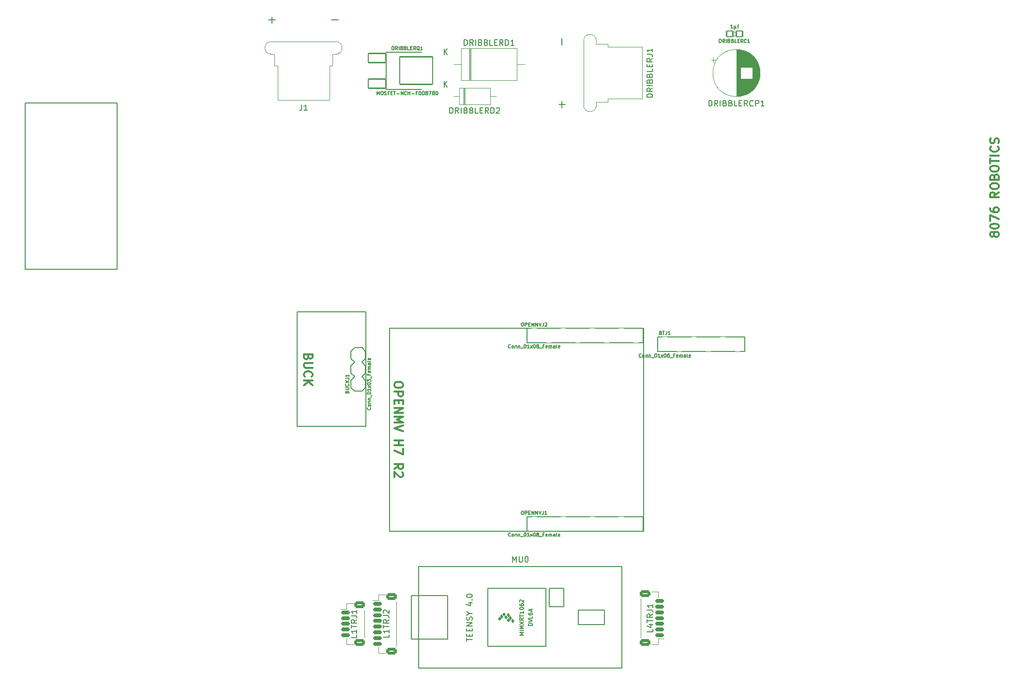
<source format=gto>
%TF.GenerationSoftware,KiCad,Pcbnew,(6.0.0-0)*%
%TF.CreationDate,2022-03-22T21:17:21+08:00*%
%TF.ProjectId,layer2,6c617965-7232-42e6-9b69-6361645f7063,rev?*%
%TF.SameCoordinates,Original*%
%TF.FileFunction,Legend,Top*%
%TF.FilePolarity,Positive*%
%FSLAX46Y46*%
G04 Gerber Fmt 4.6, Leading zero omitted, Abs format (unit mm)*
G04 Created by KiCad (PCBNEW (6.0.0-0)) date 2022-03-22 21:17:21*
%MOMM*%
%LPD*%
G01*
G04 APERTURE LIST*
G04 Aperture macros list*
%AMRoundRect*
0 Rectangle with rounded corners*
0 $1 Rounding radius*
0 $2 $3 $4 $5 $6 $7 $8 $9 X,Y pos of 4 corners*
0 Add a 4 corners polygon primitive as box body*
4,1,4,$2,$3,$4,$5,$6,$7,$8,$9,$2,$3,0*
0 Add four circle primitives for the rounded corners*
1,1,$1+$1,$2,$3*
1,1,$1+$1,$4,$5*
1,1,$1+$1,$6,$7*
1,1,$1+$1,$8,$9*
0 Add four rect primitives between the rounded corners*
20,1,$1+$1,$2,$3,$4,$5,0*
20,1,$1+$1,$4,$5,$6,$7,0*
20,1,$1+$1,$6,$7,$8,$9,0*
20,1,$1+$1,$8,$9,$2,$3,0*%
G04 Aperture macros list end*
%ADD10C,0.200000*%
%ADD11C,0.300000*%
%ADD12C,0.150000*%
%ADD13C,0.127000*%
%ADD14C,0.100000*%
%ADD15C,0.120000*%
%ADD16C,0.203200*%
%ADD17C,0.066040*%
%ADD18C,1.600000*%
%ADD19R,2.400000X2.400000*%
%ADD20O,2.400000X2.400000*%
%ADD21C,2.082800*%
%ADD22RoundRect,0.101600X-1.499870X0.798830X-1.499870X-0.798830X1.499870X-0.798830X1.499870X0.798830X0*%
%ADD23RoundRect,0.101600X-2.857500X2.413000X-2.857500X-2.413000X2.857500X-2.413000X2.857500X2.413000X0*%
%ADD24RoundRect,0.150000X-0.625000X0.150000X-0.625000X-0.150000X0.625000X-0.150000X0.625000X0.150000X0*%
%ADD25RoundRect,0.250000X-0.650000X0.350000X-0.650000X-0.350000X0.650000X-0.350000X0.650000X0.350000X0*%
%ADD26C,1.400000*%
%ADD27R,3.500000X3.500000*%
%ADD28C,3.500000*%
%ADD29RoundRect,0.150000X0.625000X-0.150000X0.625000X0.150000X-0.625000X0.150000X-0.625000X-0.150000X0*%
%ADD30RoundRect,0.250000X0.650000X-0.350000X0.650000X0.350000X-0.650000X0.350000X-0.650000X-0.350000X0*%
%ADD31R,2.200000X2.200000*%
%ADD32O,2.200000X2.200000*%
%ADD33RoundRect,0.101600X0.549910X0.499110X-0.549910X0.499110X-0.549910X-0.499110X0.549910X-0.499110X0*%
%ADD34R,1.600000X1.600000*%
G04 APERTURE END LIST*
D10*
X103500000Y-126200000D02*
X147950000Y-126200000D01*
X147950000Y-161760000D02*
X103500000Y-161760000D01*
X99300000Y-143400000D02*
X87300000Y-143400000D01*
X87300000Y-143400000D02*
X87300000Y-123400000D01*
X87300000Y-123400000D02*
X99300000Y-123400000D01*
X99300000Y-123400000D02*
X99300000Y-143400000D01*
X147950000Y-126200000D02*
X147950000Y-161760000D01*
X103500000Y-161760000D02*
X103500000Y-126200000D01*
X39700000Y-86800000D02*
X55800000Y-86800000D01*
X55800000Y-86800000D02*
X55800000Y-115900000D01*
X55800000Y-115900000D02*
X39700000Y-115900000D01*
X39700000Y-115900000D02*
X39700000Y-86800000D01*
D11*
X89279662Y-131293641D02*
X89208234Y-131507927D01*
X89136805Y-131579355D01*
X88993948Y-131650784D01*
X88779662Y-131650784D01*
X88636805Y-131579355D01*
X88565377Y-131507927D01*
X88493948Y-131365070D01*
X88493948Y-130793641D01*
X89993948Y-130793641D01*
X89993948Y-131293641D01*
X89922520Y-131436498D01*
X89851091Y-131507927D01*
X89708234Y-131579355D01*
X89565377Y-131579355D01*
X89422520Y-131507927D01*
X89351091Y-131436498D01*
X89279662Y-131293641D01*
X89279662Y-130793641D01*
X89993948Y-132293641D02*
X88779662Y-132293641D01*
X88636805Y-132365070D01*
X88565377Y-132436498D01*
X88493948Y-132579355D01*
X88493948Y-132865070D01*
X88565377Y-133007927D01*
X88636805Y-133079355D01*
X88779662Y-133150784D01*
X89993948Y-133150784D01*
X88636805Y-134722213D02*
X88565377Y-134650784D01*
X88493948Y-134436498D01*
X88493948Y-134293641D01*
X88565377Y-134079355D01*
X88708234Y-133936498D01*
X88851091Y-133865070D01*
X89136805Y-133793641D01*
X89351091Y-133793641D01*
X89636805Y-133865070D01*
X89779662Y-133936498D01*
X89922520Y-134079355D01*
X89993948Y-134293641D01*
X89993948Y-134436498D01*
X89922520Y-134650784D01*
X89851091Y-134722213D01*
X88493948Y-135365070D02*
X89993948Y-135365070D01*
X88493948Y-136222213D02*
X89351091Y-135579355D01*
X89993948Y-136222213D02*
X89136805Y-135365070D01*
X209221428Y-109921428D02*
X209150000Y-110064285D01*
X209078571Y-110135714D01*
X208935714Y-110207142D01*
X208864285Y-110207142D01*
X208721428Y-110135714D01*
X208650000Y-110064285D01*
X208578571Y-109921428D01*
X208578571Y-109635714D01*
X208650000Y-109492857D01*
X208721428Y-109421428D01*
X208864285Y-109350000D01*
X208935714Y-109350000D01*
X209078571Y-109421428D01*
X209150000Y-109492857D01*
X209221428Y-109635714D01*
X209221428Y-109921428D01*
X209292857Y-110064285D01*
X209364285Y-110135714D01*
X209507142Y-110207142D01*
X209792857Y-110207142D01*
X209935714Y-110135714D01*
X210007142Y-110064285D01*
X210078571Y-109921428D01*
X210078571Y-109635714D01*
X210007142Y-109492857D01*
X209935714Y-109421428D01*
X209792857Y-109350000D01*
X209507142Y-109350000D01*
X209364285Y-109421428D01*
X209292857Y-109492857D01*
X209221428Y-109635714D01*
X208578571Y-108421428D02*
X208578571Y-108278571D01*
X208650000Y-108135714D01*
X208721428Y-108064285D01*
X208864285Y-107992857D01*
X209150000Y-107921428D01*
X209507142Y-107921428D01*
X209792857Y-107992857D01*
X209935714Y-108064285D01*
X210007142Y-108135714D01*
X210078571Y-108278571D01*
X210078571Y-108421428D01*
X210007142Y-108564285D01*
X209935714Y-108635714D01*
X209792857Y-108707142D01*
X209507142Y-108778571D01*
X209150000Y-108778571D01*
X208864285Y-108707142D01*
X208721428Y-108635714D01*
X208650000Y-108564285D01*
X208578571Y-108421428D01*
X208578571Y-107421428D02*
X208578571Y-106421428D01*
X210078571Y-107064285D01*
X208578571Y-105207142D02*
X208578571Y-105492857D01*
X208650000Y-105635714D01*
X208721428Y-105707142D01*
X208935714Y-105850000D01*
X209221428Y-105921428D01*
X209792857Y-105921428D01*
X209935714Y-105850000D01*
X210007142Y-105778571D01*
X210078571Y-105635714D01*
X210078571Y-105350000D01*
X210007142Y-105207142D01*
X209935714Y-105135714D01*
X209792857Y-105064285D01*
X209435714Y-105064285D01*
X209292857Y-105135714D01*
X209221428Y-105207142D01*
X209150000Y-105350000D01*
X209150000Y-105635714D01*
X209221428Y-105778571D01*
X209292857Y-105850000D01*
X209435714Y-105921428D01*
X210078571Y-102421428D02*
X209364285Y-102921428D01*
X210078571Y-103278571D02*
X208578571Y-103278571D01*
X208578571Y-102707142D01*
X208650000Y-102564285D01*
X208721428Y-102492857D01*
X208864285Y-102421428D01*
X209078571Y-102421428D01*
X209221428Y-102492857D01*
X209292857Y-102564285D01*
X209364285Y-102707142D01*
X209364285Y-103278571D01*
X208578571Y-101492857D02*
X208578571Y-101207142D01*
X208650000Y-101064285D01*
X208792857Y-100921428D01*
X209078571Y-100850000D01*
X209578571Y-100850000D01*
X209864285Y-100921428D01*
X210007142Y-101064285D01*
X210078571Y-101207142D01*
X210078571Y-101492857D01*
X210007142Y-101635714D01*
X209864285Y-101778571D01*
X209578571Y-101850000D01*
X209078571Y-101850000D01*
X208792857Y-101778571D01*
X208650000Y-101635714D01*
X208578571Y-101492857D01*
X209292857Y-99707142D02*
X209364285Y-99492857D01*
X209435714Y-99421428D01*
X209578571Y-99350000D01*
X209792857Y-99350000D01*
X209935714Y-99421428D01*
X210007142Y-99492857D01*
X210078571Y-99635714D01*
X210078571Y-100207142D01*
X208578571Y-100207142D01*
X208578571Y-99707142D01*
X208650000Y-99564285D01*
X208721428Y-99492857D01*
X208864285Y-99421428D01*
X209007142Y-99421428D01*
X209150000Y-99492857D01*
X209221428Y-99564285D01*
X209292857Y-99707142D01*
X209292857Y-100207142D01*
X208578571Y-98421428D02*
X208578571Y-98135714D01*
X208650000Y-97992857D01*
X208792857Y-97850000D01*
X209078571Y-97778571D01*
X209578571Y-97778571D01*
X209864285Y-97850000D01*
X210007142Y-97992857D01*
X210078571Y-98135714D01*
X210078571Y-98421428D01*
X210007142Y-98564285D01*
X209864285Y-98707142D01*
X209578571Y-98778571D01*
X209078571Y-98778571D01*
X208792857Y-98707142D01*
X208650000Y-98564285D01*
X208578571Y-98421428D01*
X208578571Y-97350000D02*
X208578571Y-96492857D01*
X210078571Y-96921428D02*
X208578571Y-96921428D01*
X210078571Y-95992857D02*
X208578571Y-95992857D01*
X209935714Y-94421428D02*
X210007142Y-94492857D01*
X210078571Y-94707142D01*
X210078571Y-94850000D01*
X210007142Y-95064285D01*
X209864285Y-95207142D01*
X209721428Y-95278571D01*
X209435714Y-95350000D01*
X209221428Y-95350000D01*
X208935714Y-95278571D01*
X208792857Y-95207142D01*
X208650000Y-95064285D01*
X208578571Y-94850000D01*
X208578571Y-94707142D01*
X208650000Y-94492857D01*
X208721428Y-94421428D01*
X210007142Y-93850000D02*
X210078571Y-93635714D01*
X210078571Y-93278571D01*
X210007142Y-93135714D01*
X209935714Y-93064285D01*
X209792857Y-92992857D01*
X209650000Y-92992857D01*
X209507142Y-93064285D01*
X209435714Y-93135714D01*
X209364285Y-93278571D01*
X209292857Y-93564285D01*
X209221428Y-93707142D01*
X209150000Y-93778571D01*
X209007142Y-93850000D01*
X208864285Y-93850000D01*
X208721428Y-93778571D01*
X208650000Y-93707142D01*
X208578571Y-93564285D01*
X208578571Y-93207142D01*
X208650000Y-92992857D01*
X105821428Y-136035714D02*
X105821428Y-136321428D01*
X105750000Y-136464285D01*
X105607142Y-136607142D01*
X105321428Y-136678571D01*
X104821428Y-136678571D01*
X104535714Y-136607142D01*
X104392857Y-136464285D01*
X104321428Y-136321428D01*
X104321428Y-136035714D01*
X104392857Y-135892857D01*
X104535714Y-135750000D01*
X104821428Y-135678571D01*
X105321428Y-135678571D01*
X105607142Y-135750000D01*
X105750000Y-135892857D01*
X105821428Y-136035714D01*
X104321428Y-137321428D02*
X105821428Y-137321428D01*
X105821428Y-137892857D01*
X105750000Y-138035714D01*
X105678571Y-138107142D01*
X105535714Y-138178571D01*
X105321428Y-138178571D01*
X105178571Y-138107142D01*
X105107142Y-138035714D01*
X105035714Y-137892857D01*
X105035714Y-137321428D01*
X105107142Y-138821428D02*
X105107142Y-139321428D01*
X104321428Y-139535714D02*
X104321428Y-138821428D01*
X105821428Y-138821428D01*
X105821428Y-139535714D01*
X104321428Y-140178571D02*
X105821428Y-140178571D01*
X104321428Y-141035714D01*
X105821428Y-141035714D01*
X104321428Y-141750000D02*
X105821428Y-141750000D01*
X104750000Y-142250000D01*
X105821428Y-142750000D01*
X104321428Y-142750000D01*
X105821428Y-143250000D02*
X104321428Y-143750000D01*
X105821428Y-144250000D01*
X104321428Y-145892857D02*
X105821428Y-145892857D01*
X105107142Y-145892857D02*
X105107142Y-146750000D01*
X104321428Y-146750000D02*
X105821428Y-146750000D01*
X105821428Y-147321428D02*
X105821428Y-148321428D01*
X104321428Y-147678571D01*
X104321428Y-150892857D02*
X105035714Y-150392857D01*
X104321428Y-150035714D02*
X105821428Y-150035714D01*
X105821428Y-150607142D01*
X105750000Y-150750000D01*
X105678571Y-150821428D01*
X105535714Y-150892857D01*
X105321428Y-150892857D01*
X105178571Y-150821428D01*
X105107142Y-150750000D01*
X105035714Y-150607142D01*
X105035714Y-150035714D01*
X105678571Y-151464285D02*
X105750000Y-151535714D01*
X105821428Y-151678571D01*
X105821428Y-152035714D01*
X105750000Y-152178571D01*
X105678571Y-152250000D01*
X105535714Y-152321428D01*
X105392857Y-152321428D01*
X105178571Y-152250000D01*
X104321428Y-151392857D01*
X104321428Y-152321428D01*
D12*
%TO.C,MU0*%
X125031666Y-167192380D02*
X125031666Y-166192380D01*
X125365000Y-166906666D01*
X125698333Y-166192380D01*
X125698333Y-167192380D01*
X126174523Y-166192380D02*
X126174523Y-167001904D01*
X126222142Y-167097142D01*
X126269761Y-167144761D01*
X126365000Y-167192380D01*
X126555476Y-167192380D01*
X126650714Y-167144761D01*
X126698333Y-167097142D01*
X126745952Y-167001904D01*
X126745952Y-166192380D01*
X127412619Y-166192380D02*
X127507857Y-166192380D01*
X127603095Y-166240000D01*
X127650714Y-166287619D01*
X127698333Y-166382857D01*
X127745952Y-166573333D01*
X127745952Y-166811428D01*
X127698333Y-167001904D01*
X127650714Y-167097142D01*
X127603095Y-167144761D01*
X127507857Y-167192380D01*
X127412619Y-167192380D01*
X127317380Y-167144761D01*
X127269761Y-167097142D01*
X127222142Y-167001904D01*
X127174523Y-166811428D01*
X127174523Y-166573333D01*
X127222142Y-166382857D01*
X127269761Y-166287619D01*
X127317380Y-166240000D01*
X127412619Y-166192380D01*
X128459666Y-178300000D02*
X127759666Y-178300000D01*
X127759666Y-178133333D01*
X127793000Y-178033333D01*
X127859666Y-177966666D01*
X127926333Y-177933333D01*
X128059666Y-177900000D01*
X128159666Y-177900000D01*
X128293000Y-177933333D01*
X128359666Y-177966666D01*
X128426333Y-178033333D01*
X128459666Y-178133333D01*
X128459666Y-178300000D01*
X127759666Y-177700000D02*
X128459666Y-177466666D01*
X127759666Y-177233333D01*
X128459666Y-176666666D02*
X128459666Y-177000000D01*
X127759666Y-177000000D01*
X127759666Y-176133333D02*
X127759666Y-176266666D01*
X127793000Y-176333333D01*
X127826333Y-176366666D01*
X127926333Y-176433333D01*
X128059666Y-176466666D01*
X128326333Y-176466666D01*
X128393000Y-176433333D01*
X128426333Y-176400000D01*
X128459666Y-176333333D01*
X128459666Y-176200000D01*
X128426333Y-176133333D01*
X128393000Y-176100000D01*
X128326333Y-176066666D01*
X128159666Y-176066666D01*
X128093000Y-176100000D01*
X128059666Y-176133333D01*
X128026333Y-176200000D01*
X128026333Y-176333333D01*
X128059666Y-176400000D01*
X128093000Y-176433333D01*
X128159666Y-176466666D01*
X128259666Y-175800000D02*
X128259666Y-175466666D01*
X128459666Y-175866666D02*
X127759666Y-175633333D01*
X128459666Y-175400000D01*
X116947380Y-181090476D02*
X116947380Y-180519047D01*
X117947380Y-180804761D02*
X116947380Y-180804761D01*
X117423571Y-180185714D02*
X117423571Y-179852380D01*
X117947380Y-179709523D02*
X117947380Y-180185714D01*
X116947380Y-180185714D01*
X116947380Y-179709523D01*
X117423571Y-179280952D02*
X117423571Y-178947619D01*
X117947380Y-178804761D02*
X117947380Y-179280952D01*
X116947380Y-179280952D01*
X116947380Y-178804761D01*
X117947380Y-178376190D02*
X116947380Y-178376190D01*
X117947380Y-177804761D01*
X116947380Y-177804761D01*
X117899761Y-177376190D02*
X117947380Y-177233333D01*
X117947380Y-176995238D01*
X117899761Y-176900000D01*
X117852142Y-176852380D01*
X117756904Y-176804761D01*
X117661666Y-176804761D01*
X117566428Y-176852380D01*
X117518809Y-176900000D01*
X117471190Y-176995238D01*
X117423571Y-177185714D01*
X117375952Y-177280952D01*
X117328333Y-177328571D01*
X117233095Y-177376190D01*
X117137857Y-177376190D01*
X117042619Y-177328571D01*
X116995000Y-177280952D01*
X116947380Y-177185714D01*
X116947380Y-176947619D01*
X116995000Y-176804761D01*
X117471190Y-176185714D02*
X117947380Y-176185714D01*
X116947380Y-176519047D02*
X117471190Y-176185714D01*
X116947380Y-175852380D01*
X117280714Y-174328571D02*
X117947380Y-174328571D01*
X116899761Y-174566666D02*
X117614047Y-174804761D01*
X117614047Y-174185714D01*
X117852142Y-173804761D02*
X117899761Y-173757142D01*
X117947380Y-173804761D01*
X117899761Y-173852380D01*
X117852142Y-173804761D01*
X117947380Y-173804761D01*
X116947380Y-173138095D02*
X116947380Y-173042857D01*
X116995000Y-172947619D01*
X117042619Y-172900000D01*
X117137857Y-172852380D01*
X117328333Y-172804761D01*
X117566428Y-172804761D01*
X117756904Y-172852380D01*
X117852142Y-172900000D01*
X117899761Y-172947619D01*
X117947380Y-173042857D01*
X117947380Y-173138095D01*
X117899761Y-173233333D01*
X117852142Y-173280952D01*
X117756904Y-173328571D01*
X117566428Y-173376190D01*
X117328333Y-173376190D01*
X117137857Y-173328571D01*
X117042619Y-173280952D01*
X116995000Y-173233333D01*
X116947380Y-173138095D01*
X126935666Y-179983333D02*
X126235666Y-179983333D01*
X126735666Y-179750000D01*
X126235666Y-179516666D01*
X126935666Y-179516666D01*
X126935666Y-179183333D02*
X126235666Y-179183333D01*
X126935666Y-178850000D02*
X126235666Y-178850000D01*
X126735666Y-178616666D01*
X126235666Y-178383333D01*
X126935666Y-178383333D01*
X126235666Y-178116666D02*
X126935666Y-177650000D01*
X126235666Y-177650000D02*
X126935666Y-178116666D01*
X126935666Y-176983333D02*
X126602333Y-177216666D01*
X126935666Y-177383333D02*
X126235666Y-177383333D01*
X126235666Y-177116666D01*
X126269000Y-177050000D01*
X126302333Y-177016666D01*
X126369000Y-176983333D01*
X126469000Y-176983333D01*
X126535666Y-177016666D01*
X126569000Y-177050000D01*
X126602333Y-177116666D01*
X126602333Y-177383333D01*
X126235666Y-176783333D02*
X126235666Y-176383333D01*
X126935666Y-176583333D02*
X126235666Y-176583333D01*
X126935666Y-175783333D02*
X126935666Y-176183333D01*
X126935666Y-175983333D02*
X126235666Y-175983333D01*
X126335666Y-176050000D01*
X126402333Y-176116666D01*
X126435666Y-176183333D01*
X126235666Y-175350000D02*
X126235666Y-175283333D01*
X126269000Y-175216666D01*
X126302333Y-175183333D01*
X126369000Y-175150000D01*
X126502333Y-175116666D01*
X126669000Y-175116666D01*
X126802333Y-175150000D01*
X126869000Y-175183333D01*
X126902333Y-175216666D01*
X126935666Y-175283333D01*
X126935666Y-175350000D01*
X126902333Y-175416666D01*
X126869000Y-175450000D01*
X126802333Y-175483333D01*
X126669000Y-175516666D01*
X126502333Y-175516666D01*
X126369000Y-175483333D01*
X126302333Y-175450000D01*
X126269000Y-175416666D01*
X126235666Y-175350000D01*
X126235666Y-174516666D02*
X126235666Y-174650000D01*
X126269000Y-174716666D01*
X126302333Y-174750000D01*
X126402333Y-174816666D01*
X126535666Y-174850000D01*
X126802333Y-174850000D01*
X126869000Y-174816666D01*
X126902333Y-174783333D01*
X126935666Y-174716666D01*
X126935666Y-174583333D01*
X126902333Y-174516666D01*
X126869000Y-174483333D01*
X126802333Y-174450000D01*
X126635666Y-174450000D01*
X126569000Y-174483333D01*
X126535666Y-174516666D01*
X126502333Y-174583333D01*
X126502333Y-174716666D01*
X126535666Y-174783333D01*
X126569000Y-174816666D01*
X126635666Y-174850000D01*
X126302333Y-174183333D02*
X126269000Y-174150000D01*
X126235666Y-174083333D01*
X126235666Y-173916666D01*
X126269000Y-173850000D01*
X126302333Y-173816666D01*
X126369000Y-173783333D01*
X126435666Y-173783333D01*
X126535666Y-173816666D01*
X126935666Y-174216666D01*
X126935666Y-173783333D01*
%TO.C,DRIBBLERD1*%
X116570666Y-76695380D02*
X116570666Y-75695380D01*
X116808761Y-75695380D01*
X116951619Y-75743000D01*
X117046857Y-75838238D01*
X117094476Y-75933476D01*
X117142095Y-76123952D01*
X117142095Y-76266809D01*
X117094476Y-76457285D01*
X117046857Y-76552523D01*
X116951619Y-76647761D01*
X116808761Y-76695380D01*
X116570666Y-76695380D01*
X118142095Y-76695380D02*
X117808761Y-76219190D01*
X117570666Y-76695380D02*
X117570666Y-75695380D01*
X117951619Y-75695380D01*
X118046857Y-75743000D01*
X118094476Y-75790619D01*
X118142095Y-75885857D01*
X118142095Y-76028714D01*
X118094476Y-76123952D01*
X118046857Y-76171571D01*
X117951619Y-76219190D01*
X117570666Y-76219190D01*
X118570666Y-76695380D02*
X118570666Y-75695380D01*
X119380190Y-76171571D02*
X119523047Y-76219190D01*
X119570666Y-76266809D01*
X119618285Y-76362047D01*
X119618285Y-76504904D01*
X119570666Y-76600142D01*
X119523047Y-76647761D01*
X119427809Y-76695380D01*
X119046857Y-76695380D01*
X119046857Y-75695380D01*
X119380190Y-75695380D01*
X119475428Y-75743000D01*
X119523047Y-75790619D01*
X119570666Y-75885857D01*
X119570666Y-75981095D01*
X119523047Y-76076333D01*
X119475428Y-76123952D01*
X119380190Y-76171571D01*
X119046857Y-76171571D01*
X120380190Y-76171571D02*
X120523047Y-76219190D01*
X120570666Y-76266809D01*
X120618285Y-76362047D01*
X120618285Y-76504904D01*
X120570666Y-76600142D01*
X120523047Y-76647761D01*
X120427809Y-76695380D01*
X120046857Y-76695380D01*
X120046857Y-75695380D01*
X120380190Y-75695380D01*
X120475428Y-75743000D01*
X120523047Y-75790619D01*
X120570666Y-75885857D01*
X120570666Y-75981095D01*
X120523047Y-76076333D01*
X120475428Y-76123952D01*
X120380190Y-76171571D01*
X120046857Y-76171571D01*
X121523047Y-76695380D02*
X121046857Y-76695380D01*
X121046857Y-75695380D01*
X121856380Y-76171571D02*
X122189714Y-76171571D01*
X122332571Y-76695380D02*
X121856380Y-76695380D01*
X121856380Y-75695380D01*
X122332571Y-75695380D01*
X123332571Y-76695380D02*
X122999238Y-76219190D01*
X122761142Y-76695380D02*
X122761142Y-75695380D01*
X123142095Y-75695380D01*
X123237333Y-75743000D01*
X123284952Y-75790619D01*
X123332571Y-75885857D01*
X123332571Y-76028714D01*
X123284952Y-76123952D01*
X123237333Y-76171571D01*
X123142095Y-76219190D01*
X122761142Y-76219190D01*
X123761142Y-76695380D02*
X123761142Y-75695380D01*
X123999238Y-75695380D01*
X124142095Y-75743000D01*
X124237333Y-75838238D01*
X124284952Y-75933476D01*
X124332571Y-76123952D01*
X124332571Y-76266809D01*
X124284952Y-76457285D01*
X124237333Y-76552523D01*
X124142095Y-76647761D01*
X123999238Y-76695380D01*
X123761142Y-76695380D01*
X125284952Y-76695380D02*
X124713523Y-76695380D01*
X124999238Y-76695380D02*
X124999238Y-75695380D01*
X124904000Y-75838238D01*
X124808761Y-75933476D01*
X124713523Y-75981095D01*
X113022095Y-78280380D02*
X113022095Y-77280380D01*
X113593523Y-78280380D02*
X113164952Y-77708952D01*
X113593523Y-77280380D02*
X113022095Y-77851809D01*
D13*
%TO.C,BUCKJ1*%
X96051457Y-137407885D02*
X96080485Y-137320800D01*
X96109514Y-137291771D01*
X96167571Y-137262742D01*
X96254657Y-137262742D01*
X96312714Y-137291771D01*
X96341742Y-137320800D01*
X96370771Y-137378857D01*
X96370771Y-137611085D01*
X95761171Y-137611085D01*
X95761171Y-137407885D01*
X95790200Y-137349828D01*
X95819228Y-137320800D01*
X95877285Y-137291771D01*
X95935342Y-137291771D01*
X95993400Y-137320800D01*
X96022428Y-137349828D01*
X96051457Y-137407885D01*
X96051457Y-137611085D01*
X95761171Y-137001485D02*
X96254657Y-137001485D01*
X96312714Y-136972457D01*
X96341742Y-136943428D01*
X96370771Y-136885371D01*
X96370771Y-136769257D01*
X96341742Y-136711200D01*
X96312714Y-136682171D01*
X96254657Y-136653142D01*
X95761171Y-136653142D01*
X96312714Y-136014514D02*
X96341742Y-136043542D01*
X96370771Y-136130628D01*
X96370771Y-136188685D01*
X96341742Y-136275771D01*
X96283685Y-136333828D01*
X96225628Y-136362857D01*
X96109514Y-136391885D01*
X96022428Y-136391885D01*
X95906314Y-136362857D01*
X95848257Y-136333828D01*
X95790200Y-136275771D01*
X95761171Y-136188685D01*
X95761171Y-136130628D01*
X95790200Y-136043542D01*
X95819228Y-136014514D01*
X96370771Y-135753257D02*
X95761171Y-135753257D01*
X96370771Y-135404914D02*
X96022428Y-135666171D01*
X95761171Y-135404914D02*
X96109514Y-135753257D01*
X95761171Y-134969485D02*
X96196600Y-134969485D01*
X96283685Y-134998514D01*
X96341742Y-135056571D01*
X96370771Y-135143657D01*
X96370771Y-135201714D01*
X96370771Y-134359885D02*
X96370771Y-134708228D01*
X96370771Y-134534057D02*
X95761171Y-134534057D01*
X95848257Y-134592114D01*
X95906314Y-134650171D01*
X95935342Y-134708228D01*
X100122714Y-140136571D02*
X100151742Y-140165600D01*
X100180771Y-140252685D01*
X100180771Y-140310742D01*
X100151742Y-140397828D01*
X100093685Y-140455885D01*
X100035628Y-140484914D01*
X99919514Y-140513942D01*
X99832428Y-140513942D01*
X99716314Y-140484914D01*
X99658257Y-140455885D01*
X99600200Y-140397828D01*
X99571171Y-140310742D01*
X99571171Y-140252685D01*
X99600200Y-140165600D01*
X99629228Y-140136571D01*
X100180771Y-139788228D02*
X100151742Y-139846285D01*
X100122714Y-139875314D01*
X100064657Y-139904342D01*
X99890485Y-139904342D01*
X99832428Y-139875314D01*
X99803400Y-139846285D01*
X99774371Y-139788228D01*
X99774371Y-139701142D01*
X99803400Y-139643085D01*
X99832428Y-139614057D01*
X99890485Y-139585028D01*
X100064657Y-139585028D01*
X100122714Y-139614057D01*
X100151742Y-139643085D01*
X100180771Y-139701142D01*
X100180771Y-139788228D01*
X99774371Y-139323771D02*
X100180771Y-139323771D01*
X99832428Y-139323771D02*
X99803400Y-139294742D01*
X99774371Y-139236685D01*
X99774371Y-139149600D01*
X99803400Y-139091542D01*
X99861457Y-139062514D01*
X100180771Y-139062514D01*
X99774371Y-138772228D02*
X100180771Y-138772228D01*
X99832428Y-138772228D02*
X99803400Y-138743200D01*
X99774371Y-138685142D01*
X99774371Y-138598057D01*
X99803400Y-138540000D01*
X99861457Y-138510971D01*
X100180771Y-138510971D01*
X100238828Y-138365828D02*
X100238828Y-137901371D01*
X99571171Y-137640114D02*
X99571171Y-137582057D01*
X99600200Y-137524000D01*
X99629228Y-137494971D01*
X99687285Y-137465942D01*
X99803400Y-137436914D01*
X99948542Y-137436914D01*
X100064657Y-137465942D01*
X100122714Y-137494971D01*
X100151742Y-137524000D01*
X100180771Y-137582057D01*
X100180771Y-137640114D01*
X100151742Y-137698171D01*
X100122714Y-137727200D01*
X100064657Y-137756228D01*
X99948542Y-137785257D01*
X99803400Y-137785257D01*
X99687285Y-137756228D01*
X99629228Y-137727200D01*
X99600200Y-137698171D01*
X99571171Y-137640114D01*
X100180771Y-136856342D02*
X100180771Y-137204685D01*
X100180771Y-137030514D02*
X99571171Y-137030514D01*
X99658257Y-137088571D01*
X99716314Y-137146628D01*
X99745342Y-137204685D01*
X100180771Y-136653142D02*
X99774371Y-136333828D01*
X99774371Y-136653142D02*
X100180771Y-136333828D01*
X99571171Y-135985485D02*
X99571171Y-135927428D01*
X99600200Y-135869371D01*
X99629228Y-135840342D01*
X99687285Y-135811314D01*
X99803400Y-135782285D01*
X99948542Y-135782285D01*
X100064657Y-135811314D01*
X100122714Y-135840342D01*
X100151742Y-135869371D01*
X100180771Y-135927428D01*
X100180771Y-135985485D01*
X100151742Y-136043542D01*
X100122714Y-136072571D01*
X100064657Y-136101600D01*
X99948542Y-136130628D01*
X99803400Y-136130628D01*
X99687285Y-136101600D01*
X99629228Y-136072571D01*
X99600200Y-136043542D01*
X99571171Y-135985485D01*
X99571171Y-135579085D02*
X99571171Y-135201714D01*
X99803400Y-135404914D01*
X99803400Y-135317828D01*
X99832428Y-135259771D01*
X99861457Y-135230742D01*
X99919514Y-135201714D01*
X100064657Y-135201714D01*
X100122714Y-135230742D01*
X100151742Y-135259771D01*
X100180771Y-135317828D01*
X100180771Y-135492000D01*
X100151742Y-135550057D01*
X100122714Y-135579085D01*
X100238828Y-135085600D02*
X100238828Y-134621142D01*
X99861457Y-134272800D02*
X99861457Y-134476000D01*
X100180771Y-134476000D02*
X99571171Y-134476000D01*
X99571171Y-134185714D01*
X100151742Y-133721257D02*
X100180771Y-133779314D01*
X100180771Y-133895428D01*
X100151742Y-133953485D01*
X100093685Y-133982514D01*
X99861457Y-133982514D01*
X99803400Y-133953485D01*
X99774371Y-133895428D01*
X99774371Y-133779314D01*
X99803400Y-133721257D01*
X99861457Y-133692228D01*
X99919514Y-133692228D01*
X99977571Y-133982514D01*
X100180771Y-133430971D02*
X99774371Y-133430971D01*
X99832428Y-133430971D02*
X99803400Y-133401942D01*
X99774371Y-133343885D01*
X99774371Y-133256800D01*
X99803400Y-133198742D01*
X99861457Y-133169714D01*
X100180771Y-133169714D01*
X99861457Y-133169714D02*
X99803400Y-133140685D01*
X99774371Y-133082628D01*
X99774371Y-132995542D01*
X99803400Y-132937485D01*
X99861457Y-132908457D01*
X100180771Y-132908457D01*
X100180771Y-132356914D02*
X99861457Y-132356914D01*
X99803400Y-132385942D01*
X99774371Y-132444000D01*
X99774371Y-132560114D01*
X99803400Y-132618171D01*
X100151742Y-132356914D02*
X100180771Y-132414971D01*
X100180771Y-132560114D01*
X100151742Y-132618171D01*
X100093685Y-132647200D01*
X100035628Y-132647200D01*
X99977571Y-132618171D01*
X99948542Y-132560114D01*
X99948542Y-132414971D01*
X99919514Y-132356914D01*
X100180771Y-131979542D02*
X100151742Y-132037600D01*
X100093685Y-132066628D01*
X99571171Y-132066628D01*
X100151742Y-131515085D02*
X100180771Y-131573142D01*
X100180771Y-131689257D01*
X100151742Y-131747314D01*
X100093685Y-131776342D01*
X99861457Y-131776342D01*
X99803400Y-131747314D01*
X99774371Y-131689257D01*
X99774371Y-131573142D01*
X99803400Y-131515085D01*
X99861457Y-131486057D01*
X99919514Y-131486057D01*
X99977571Y-131776342D01*
%TO.C,OPENMVJ1*%
X126687942Y-158263771D02*
X126804057Y-158263771D01*
X126862114Y-158292800D01*
X126920171Y-158350857D01*
X126949200Y-158466971D01*
X126949200Y-158670171D01*
X126920171Y-158786285D01*
X126862114Y-158844342D01*
X126804057Y-158873371D01*
X126687942Y-158873371D01*
X126629885Y-158844342D01*
X126571828Y-158786285D01*
X126542800Y-158670171D01*
X126542800Y-158466971D01*
X126571828Y-158350857D01*
X126629885Y-158292800D01*
X126687942Y-158263771D01*
X127210457Y-158873371D02*
X127210457Y-158263771D01*
X127442685Y-158263771D01*
X127500742Y-158292800D01*
X127529771Y-158321828D01*
X127558800Y-158379885D01*
X127558800Y-158466971D01*
X127529771Y-158525028D01*
X127500742Y-158554057D01*
X127442685Y-158583085D01*
X127210457Y-158583085D01*
X127820057Y-158554057D02*
X128023257Y-158554057D01*
X128110342Y-158873371D02*
X127820057Y-158873371D01*
X127820057Y-158263771D01*
X128110342Y-158263771D01*
X128371600Y-158873371D02*
X128371600Y-158263771D01*
X128719942Y-158873371D01*
X128719942Y-158263771D01*
X129010228Y-158873371D02*
X129010228Y-158263771D01*
X129213428Y-158699200D01*
X129416628Y-158263771D01*
X129416628Y-158873371D01*
X129619828Y-158263771D02*
X129823028Y-158873371D01*
X130026228Y-158263771D01*
X130403600Y-158263771D02*
X130403600Y-158699200D01*
X130374571Y-158786285D01*
X130316514Y-158844342D01*
X130229428Y-158873371D01*
X130171371Y-158873371D01*
X131013200Y-158873371D02*
X130664857Y-158873371D01*
X130839028Y-158873371D02*
X130839028Y-158263771D01*
X130780971Y-158350857D01*
X130722914Y-158408914D01*
X130664857Y-158437942D01*
X124641428Y-162625314D02*
X124612400Y-162654342D01*
X124525314Y-162683371D01*
X124467257Y-162683371D01*
X124380171Y-162654342D01*
X124322114Y-162596285D01*
X124293085Y-162538228D01*
X124264057Y-162422114D01*
X124264057Y-162335028D01*
X124293085Y-162218914D01*
X124322114Y-162160857D01*
X124380171Y-162102800D01*
X124467257Y-162073771D01*
X124525314Y-162073771D01*
X124612400Y-162102800D01*
X124641428Y-162131828D01*
X124989771Y-162683371D02*
X124931714Y-162654342D01*
X124902685Y-162625314D01*
X124873657Y-162567257D01*
X124873657Y-162393085D01*
X124902685Y-162335028D01*
X124931714Y-162306000D01*
X124989771Y-162276971D01*
X125076857Y-162276971D01*
X125134914Y-162306000D01*
X125163942Y-162335028D01*
X125192971Y-162393085D01*
X125192971Y-162567257D01*
X125163942Y-162625314D01*
X125134914Y-162654342D01*
X125076857Y-162683371D01*
X124989771Y-162683371D01*
X125454228Y-162276971D02*
X125454228Y-162683371D01*
X125454228Y-162335028D02*
X125483257Y-162306000D01*
X125541314Y-162276971D01*
X125628400Y-162276971D01*
X125686457Y-162306000D01*
X125715485Y-162364057D01*
X125715485Y-162683371D01*
X126005771Y-162276971D02*
X126005771Y-162683371D01*
X126005771Y-162335028D02*
X126034800Y-162306000D01*
X126092857Y-162276971D01*
X126179942Y-162276971D01*
X126238000Y-162306000D01*
X126267028Y-162364057D01*
X126267028Y-162683371D01*
X126412171Y-162741428D02*
X126876628Y-162741428D01*
X127137885Y-162073771D02*
X127195942Y-162073771D01*
X127254000Y-162102800D01*
X127283028Y-162131828D01*
X127312057Y-162189885D01*
X127341085Y-162306000D01*
X127341085Y-162451142D01*
X127312057Y-162567257D01*
X127283028Y-162625314D01*
X127254000Y-162654342D01*
X127195942Y-162683371D01*
X127137885Y-162683371D01*
X127079828Y-162654342D01*
X127050800Y-162625314D01*
X127021771Y-162567257D01*
X126992742Y-162451142D01*
X126992742Y-162306000D01*
X127021771Y-162189885D01*
X127050800Y-162131828D01*
X127079828Y-162102800D01*
X127137885Y-162073771D01*
X127921657Y-162683371D02*
X127573314Y-162683371D01*
X127747485Y-162683371D02*
X127747485Y-162073771D01*
X127689428Y-162160857D01*
X127631371Y-162218914D01*
X127573314Y-162247942D01*
X128124857Y-162683371D02*
X128444171Y-162276971D01*
X128124857Y-162276971D02*
X128444171Y-162683371D01*
X128792514Y-162073771D02*
X128850571Y-162073771D01*
X128908628Y-162102800D01*
X128937657Y-162131828D01*
X128966685Y-162189885D01*
X128995714Y-162306000D01*
X128995714Y-162451142D01*
X128966685Y-162567257D01*
X128937657Y-162625314D01*
X128908628Y-162654342D01*
X128850571Y-162683371D01*
X128792514Y-162683371D01*
X128734457Y-162654342D01*
X128705428Y-162625314D01*
X128676400Y-162567257D01*
X128647371Y-162451142D01*
X128647371Y-162306000D01*
X128676400Y-162189885D01*
X128705428Y-162131828D01*
X128734457Y-162102800D01*
X128792514Y-162073771D01*
X129344057Y-162335028D02*
X129286000Y-162306000D01*
X129256971Y-162276971D01*
X129227942Y-162218914D01*
X129227942Y-162189885D01*
X129256971Y-162131828D01*
X129286000Y-162102800D01*
X129344057Y-162073771D01*
X129460171Y-162073771D01*
X129518228Y-162102800D01*
X129547257Y-162131828D01*
X129576285Y-162189885D01*
X129576285Y-162218914D01*
X129547257Y-162276971D01*
X129518228Y-162306000D01*
X129460171Y-162335028D01*
X129344057Y-162335028D01*
X129286000Y-162364057D01*
X129256971Y-162393085D01*
X129227942Y-162451142D01*
X129227942Y-162567257D01*
X129256971Y-162625314D01*
X129286000Y-162654342D01*
X129344057Y-162683371D01*
X129460171Y-162683371D01*
X129518228Y-162654342D01*
X129547257Y-162625314D01*
X129576285Y-162567257D01*
X129576285Y-162451142D01*
X129547257Y-162393085D01*
X129518228Y-162364057D01*
X129460171Y-162335028D01*
X129692400Y-162741428D02*
X130156857Y-162741428D01*
X130505200Y-162364057D02*
X130302000Y-162364057D01*
X130302000Y-162683371D02*
X130302000Y-162073771D01*
X130592285Y-162073771D01*
X131056742Y-162654342D02*
X130998685Y-162683371D01*
X130882571Y-162683371D01*
X130824514Y-162654342D01*
X130795485Y-162596285D01*
X130795485Y-162364057D01*
X130824514Y-162306000D01*
X130882571Y-162276971D01*
X130998685Y-162276971D01*
X131056742Y-162306000D01*
X131085771Y-162364057D01*
X131085771Y-162422114D01*
X130795485Y-162480171D01*
X131347028Y-162683371D02*
X131347028Y-162276971D01*
X131347028Y-162335028D02*
X131376057Y-162306000D01*
X131434114Y-162276971D01*
X131521199Y-162276971D01*
X131579257Y-162306000D01*
X131608285Y-162364057D01*
X131608285Y-162683371D01*
X131608285Y-162364057D02*
X131637314Y-162306000D01*
X131695371Y-162276971D01*
X131782457Y-162276971D01*
X131840514Y-162306000D01*
X131869542Y-162364057D01*
X131869542Y-162683371D01*
X132421085Y-162683371D02*
X132421085Y-162364057D01*
X132392057Y-162306000D01*
X132333999Y-162276971D01*
X132217885Y-162276971D01*
X132159828Y-162306000D01*
X132421085Y-162654342D02*
X132363028Y-162683371D01*
X132217885Y-162683371D01*
X132159828Y-162654342D01*
X132130799Y-162596285D01*
X132130799Y-162538228D01*
X132159828Y-162480171D01*
X132217885Y-162451142D01*
X132363028Y-162451142D01*
X132421085Y-162422114D01*
X132798457Y-162683371D02*
X132740400Y-162654342D01*
X132711371Y-162596285D01*
X132711371Y-162073771D01*
X133262914Y-162654342D02*
X133204857Y-162683371D01*
X133088742Y-162683371D01*
X133030685Y-162654342D01*
X133001657Y-162596285D01*
X133001657Y-162364057D01*
X133030685Y-162306000D01*
X133088742Y-162276971D01*
X133204857Y-162276971D01*
X133262914Y-162306000D01*
X133291942Y-162364057D01*
X133291942Y-162422114D01*
X133001657Y-162480171D01*
%TO.C,DRIBBLERQ1*%
X103935620Y-77491771D02*
X103935620Y-76882171D01*
X104080763Y-76882171D01*
X104167849Y-76911200D01*
X104225906Y-76969257D01*
X104254935Y-77027314D01*
X104283963Y-77143428D01*
X104283963Y-77230514D01*
X104254935Y-77346628D01*
X104225906Y-77404685D01*
X104167849Y-77462742D01*
X104080763Y-77491771D01*
X103935620Y-77491771D01*
X104893563Y-77491771D02*
X104690363Y-77201485D01*
X104545220Y-77491771D02*
X104545220Y-76882171D01*
X104777449Y-76882171D01*
X104835506Y-76911200D01*
X104864535Y-76940228D01*
X104893563Y-76998285D01*
X104893563Y-77085371D01*
X104864535Y-77143428D01*
X104835506Y-77172457D01*
X104777449Y-77201485D01*
X104545220Y-77201485D01*
X105154820Y-77491771D02*
X105154820Y-76882171D01*
X105648306Y-77172457D02*
X105735392Y-77201485D01*
X105764420Y-77230514D01*
X105793449Y-77288571D01*
X105793449Y-77375657D01*
X105764420Y-77433714D01*
X105735392Y-77462742D01*
X105677335Y-77491771D01*
X105445106Y-77491771D01*
X105445106Y-76882171D01*
X105648306Y-76882171D01*
X105706363Y-76911200D01*
X105735392Y-76940228D01*
X105764420Y-76998285D01*
X105764420Y-77056342D01*
X105735392Y-77114400D01*
X105706363Y-77143428D01*
X105648306Y-77172457D01*
X105445106Y-77172457D01*
X106257906Y-77172457D02*
X106344992Y-77201485D01*
X106374020Y-77230514D01*
X106403049Y-77288571D01*
X106403049Y-77375657D01*
X106374020Y-77433714D01*
X106344992Y-77462742D01*
X106286935Y-77491771D01*
X106054706Y-77491771D01*
X106054706Y-76882171D01*
X106257906Y-76882171D01*
X106315963Y-76911200D01*
X106344992Y-76940228D01*
X106374020Y-76998285D01*
X106374020Y-77056342D01*
X106344992Y-77114400D01*
X106315963Y-77143428D01*
X106257906Y-77172457D01*
X106054706Y-77172457D01*
X106954592Y-77491771D02*
X106664306Y-77491771D01*
X106664306Y-76882171D01*
X107157792Y-77172457D02*
X107360992Y-77172457D01*
X107448077Y-77491771D02*
X107157792Y-77491771D01*
X107157792Y-76882171D01*
X107448077Y-76882171D01*
X108057677Y-77491771D02*
X107854477Y-77201485D01*
X107709335Y-77491771D02*
X107709335Y-76882171D01*
X107941563Y-76882171D01*
X107999620Y-76911200D01*
X108028649Y-76940228D01*
X108057677Y-76998285D01*
X108057677Y-77085371D01*
X108028649Y-77143428D01*
X107999620Y-77172457D01*
X107941563Y-77201485D01*
X107709335Y-77201485D01*
X108725335Y-77549828D02*
X108667277Y-77520800D01*
X108609220Y-77462742D01*
X108522135Y-77375657D01*
X108464077Y-77346628D01*
X108406020Y-77346628D01*
X108435049Y-77491771D02*
X108376992Y-77462742D01*
X108318935Y-77404685D01*
X108289906Y-77288571D01*
X108289906Y-77085371D01*
X108318935Y-76969257D01*
X108376992Y-76911200D01*
X108435049Y-76882171D01*
X108551163Y-76882171D01*
X108609220Y-76911200D01*
X108667277Y-76969257D01*
X108696306Y-77085371D01*
X108696306Y-77288571D01*
X108667277Y-77404685D01*
X108609220Y-77462742D01*
X108551163Y-77491771D01*
X108435049Y-77491771D01*
X109276877Y-77491771D02*
X108928535Y-77491771D01*
X109102706Y-77491771D02*
X109102706Y-76882171D01*
X109044649Y-76969257D01*
X108986592Y-77027314D01*
X108928535Y-77056342D01*
X101279506Y-85365771D02*
X101279506Y-84756171D01*
X101482706Y-85191600D01*
X101685906Y-84756171D01*
X101685906Y-85365771D01*
X102092306Y-84756171D02*
X102208420Y-84756171D01*
X102266477Y-84785200D01*
X102324535Y-84843257D01*
X102353563Y-84959371D01*
X102353563Y-85162571D01*
X102324535Y-85278685D01*
X102266477Y-85336742D01*
X102208420Y-85365771D01*
X102092306Y-85365771D01*
X102034249Y-85336742D01*
X101976192Y-85278685D01*
X101947163Y-85162571D01*
X101947163Y-84959371D01*
X101976192Y-84843257D01*
X102034249Y-84785200D01*
X102092306Y-84756171D01*
X102585792Y-85336742D02*
X102672877Y-85365771D01*
X102818020Y-85365771D01*
X102876077Y-85336742D01*
X102905106Y-85307714D01*
X102934135Y-85249657D01*
X102934135Y-85191600D01*
X102905106Y-85133542D01*
X102876077Y-85104514D01*
X102818020Y-85075485D01*
X102701906Y-85046457D01*
X102643849Y-85017428D01*
X102614820Y-84988400D01*
X102585792Y-84930342D01*
X102585792Y-84872285D01*
X102614820Y-84814228D01*
X102643849Y-84785200D01*
X102701906Y-84756171D01*
X102847049Y-84756171D01*
X102934135Y-84785200D01*
X103398592Y-85046457D02*
X103195392Y-85046457D01*
X103195392Y-85365771D02*
X103195392Y-84756171D01*
X103485677Y-84756171D01*
X103717906Y-85046457D02*
X103921106Y-85046457D01*
X104008192Y-85365771D02*
X103717906Y-85365771D01*
X103717906Y-84756171D01*
X104008192Y-84756171D01*
X104182363Y-84756171D02*
X104530706Y-84756171D01*
X104356535Y-85365771D02*
X104356535Y-84756171D01*
X104733906Y-85133542D02*
X105198363Y-85133542D01*
X105488649Y-85365771D02*
X105488649Y-84756171D01*
X105836992Y-85365771D01*
X105836992Y-84756171D01*
X106475620Y-85307714D02*
X106446592Y-85336742D01*
X106359506Y-85365771D01*
X106301449Y-85365771D01*
X106214363Y-85336742D01*
X106156306Y-85278685D01*
X106127277Y-85220628D01*
X106098249Y-85104514D01*
X106098249Y-85017428D01*
X106127277Y-84901314D01*
X106156306Y-84843257D01*
X106214363Y-84785200D01*
X106301449Y-84756171D01*
X106359506Y-84756171D01*
X106446592Y-84785200D01*
X106475620Y-84814228D01*
X106736877Y-85365771D02*
X106736877Y-84756171D01*
X106736877Y-85046457D02*
X107085220Y-85046457D01*
X107085220Y-85365771D02*
X107085220Y-84756171D01*
X107375506Y-85133542D02*
X107839963Y-85133542D01*
X108333449Y-85046457D02*
X108130249Y-85046457D01*
X108130249Y-85365771D02*
X108130249Y-84756171D01*
X108420535Y-84756171D01*
X108652763Y-85365771D02*
X108652763Y-84756171D01*
X108797906Y-84756171D01*
X108884992Y-84785200D01*
X108943049Y-84843257D01*
X108972077Y-84901314D01*
X109001106Y-85017428D01*
X109001106Y-85104514D01*
X108972077Y-85220628D01*
X108943049Y-85278685D01*
X108884992Y-85336742D01*
X108797906Y-85365771D01*
X108652763Y-85365771D01*
X109262363Y-85365771D02*
X109262363Y-84756171D01*
X109407506Y-84756171D01*
X109494592Y-84785200D01*
X109552649Y-84843257D01*
X109581677Y-84901314D01*
X109610706Y-85017428D01*
X109610706Y-85104514D01*
X109581677Y-85220628D01*
X109552649Y-85278685D01*
X109494592Y-85336742D01*
X109407506Y-85365771D01*
X109262363Y-85365771D01*
X109959049Y-85017428D02*
X109900992Y-84988400D01*
X109871963Y-84959371D01*
X109842935Y-84901314D01*
X109842935Y-84872285D01*
X109871963Y-84814228D01*
X109900992Y-84785200D01*
X109959049Y-84756171D01*
X110075163Y-84756171D01*
X110133220Y-84785200D01*
X110162249Y-84814228D01*
X110191277Y-84872285D01*
X110191277Y-84901314D01*
X110162249Y-84959371D01*
X110133220Y-84988400D01*
X110075163Y-85017428D01*
X109959049Y-85017428D01*
X109900992Y-85046457D01*
X109871963Y-85075485D01*
X109842935Y-85133542D01*
X109842935Y-85249657D01*
X109871963Y-85307714D01*
X109900992Y-85336742D01*
X109959049Y-85365771D01*
X110075163Y-85365771D01*
X110133220Y-85336742D01*
X110162249Y-85307714D01*
X110191277Y-85249657D01*
X110191277Y-85133542D01*
X110162249Y-85075485D01*
X110133220Y-85046457D01*
X110075163Y-85017428D01*
X110394477Y-84756171D02*
X110800877Y-84756171D01*
X110539620Y-85365771D01*
X111120192Y-85017428D02*
X111062135Y-84988400D01*
X111033106Y-84959371D01*
X111004077Y-84901314D01*
X111004077Y-84872285D01*
X111033106Y-84814228D01*
X111062135Y-84785200D01*
X111120192Y-84756171D01*
X111236306Y-84756171D01*
X111294363Y-84785200D01*
X111323392Y-84814228D01*
X111352420Y-84872285D01*
X111352420Y-84901314D01*
X111323392Y-84959371D01*
X111294363Y-84988400D01*
X111236306Y-85017428D01*
X111120192Y-85017428D01*
X111062135Y-85046457D01*
X111033106Y-85075485D01*
X111004077Y-85133542D01*
X111004077Y-85249657D01*
X111033106Y-85307714D01*
X111062135Y-85336742D01*
X111120192Y-85365771D01*
X111236306Y-85365771D01*
X111294363Y-85336742D01*
X111323392Y-85307714D01*
X111352420Y-85249657D01*
X111352420Y-85133542D01*
X111323392Y-85075485D01*
X111294363Y-85046457D01*
X111236306Y-85017428D01*
X111729792Y-84756171D02*
X111787849Y-84756171D01*
X111845906Y-84785200D01*
X111874935Y-84814228D01*
X111903963Y-84872285D01*
X111932992Y-84988400D01*
X111932992Y-85133542D01*
X111903963Y-85249657D01*
X111874935Y-85307714D01*
X111845906Y-85336742D01*
X111787849Y-85365771D01*
X111729792Y-85365771D01*
X111671735Y-85336742D01*
X111642706Y-85307714D01*
X111613677Y-85249657D01*
X111584649Y-85133542D01*
X111584649Y-84988400D01*
X111613677Y-84872285D01*
X111642706Y-84814228D01*
X111671735Y-84785200D01*
X111729792Y-84756171D01*
D12*
%TO.C,L1TRJ2*%
X103399380Y-179904761D02*
X103399380Y-180380952D01*
X102399380Y-180380952D01*
X103399380Y-179047619D02*
X103399380Y-179619047D01*
X103399380Y-179333333D02*
X102399380Y-179333333D01*
X102542238Y-179428571D01*
X102637476Y-179523809D01*
X102685095Y-179619047D01*
X102399380Y-178761904D02*
X102399380Y-178190476D01*
X103399380Y-178476190D02*
X102399380Y-178476190D01*
X103399380Y-177285714D02*
X102923190Y-177619047D01*
X103399380Y-177857142D02*
X102399380Y-177857142D01*
X102399380Y-177476190D01*
X102447000Y-177380952D01*
X102494619Y-177333333D01*
X102589857Y-177285714D01*
X102732714Y-177285714D01*
X102827952Y-177333333D01*
X102875571Y-177380952D01*
X102923190Y-177476190D01*
X102923190Y-177857142D01*
X102399380Y-176571428D02*
X103113666Y-176571428D01*
X103256523Y-176619047D01*
X103351761Y-176714285D01*
X103399380Y-176857142D01*
X103399380Y-176952380D01*
X102494619Y-176142857D02*
X102447000Y-176095238D01*
X102399380Y-176000000D01*
X102399380Y-175761904D01*
X102447000Y-175666666D01*
X102494619Y-175619047D01*
X102589857Y-175571428D01*
X102685095Y-175571428D01*
X102827952Y-175619047D01*
X103399380Y-176190476D01*
X103399380Y-175571428D01*
%TO.C,J1*%
X88098666Y-87088380D02*
X88098666Y-87802666D01*
X88051047Y-87945523D01*
X87955809Y-88040761D01*
X87812952Y-88088380D01*
X87717714Y-88088380D01*
X89098666Y-88088380D02*
X88527238Y-88088380D01*
X88812952Y-88088380D02*
X88812952Y-87088380D01*
X88717714Y-87231238D01*
X88622476Y-87326476D01*
X88527238Y-87374095D01*
X93360571Y-72243142D02*
X94503428Y-72243142D01*
X82360571Y-72243142D02*
X83503428Y-72243142D01*
X82932000Y-72814571D02*
X82932000Y-71671714D01*
%TO.C,L1TRJ1*%
X97773380Y-179916761D02*
X97773380Y-180392952D01*
X96773380Y-180392952D01*
X97773380Y-179059619D02*
X97773380Y-179631047D01*
X97773380Y-179345333D02*
X96773380Y-179345333D01*
X96916238Y-179440571D01*
X97011476Y-179535809D01*
X97059095Y-179631047D01*
X96773380Y-178773904D02*
X96773380Y-178202476D01*
X97773380Y-178488190D02*
X96773380Y-178488190D01*
X97773380Y-177297714D02*
X97297190Y-177631047D01*
X97773380Y-177869142D02*
X96773380Y-177869142D01*
X96773380Y-177488190D01*
X96821000Y-177392952D01*
X96868619Y-177345333D01*
X96963857Y-177297714D01*
X97106714Y-177297714D01*
X97201952Y-177345333D01*
X97249571Y-177392952D01*
X97297190Y-177488190D01*
X97297190Y-177869142D01*
X96773380Y-176583428D02*
X97487666Y-176583428D01*
X97630523Y-176631047D01*
X97725761Y-176726285D01*
X97773380Y-176869142D01*
X97773380Y-176964380D01*
X97773380Y-175583428D02*
X97773380Y-176154857D01*
X97773380Y-175869142D02*
X96773380Y-175869142D01*
X96916238Y-175964380D01*
X97011476Y-176059619D01*
X97059095Y-176154857D01*
%TO.C,L4TRJ1*%
X149556380Y-178904761D02*
X149556380Y-179380952D01*
X148556380Y-179380952D01*
X148889714Y-178142857D02*
X149556380Y-178142857D01*
X148508761Y-178380952D02*
X149223047Y-178619047D01*
X149223047Y-178000000D01*
X148556380Y-177761904D02*
X148556380Y-177190476D01*
X149556380Y-177476190D02*
X148556380Y-177476190D01*
X149556380Y-176285714D02*
X149080190Y-176619047D01*
X149556380Y-176857142D02*
X148556380Y-176857142D01*
X148556380Y-176476190D01*
X148604000Y-176380952D01*
X148651619Y-176333333D01*
X148746857Y-176285714D01*
X148889714Y-176285714D01*
X148984952Y-176333333D01*
X149032571Y-176380952D01*
X149080190Y-176476190D01*
X149080190Y-176857142D01*
X148556380Y-175571428D02*
X149270666Y-175571428D01*
X149413523Y-175619047D01*
X149508761Y-175714285D01*
X149556380Y-175857142D01*
X149556380Y-175952380D01*
X149556380Y-174571428D02*
X149556380Y-175142857D01*
X149556380Y-174857142D02*
X148556380Y-174857142D01*
X148699238Y-174952380D01*
X148794476Y-175047619D01*
X148842095Y-175142857D01*
%TO.C,DRIBBLERJ1*%
X149502380Y-85748285D02*
X148502380Y-85748285D01*
X148502380Y-85510190D01*
X148550000Y-85367333D01*
X148645238Y-85272095D01*
X148740476Y-85224476D01*
X148930952Y-85176857D01*
X149073809Y-85176857D01*
X149264285Y-85224476D01*
X149359523Y-85272095D01*
X149454761Y-85367333D01*
X149502380Y-85510190D01*
X149502380Y-85748285D01*
X149502380Y-84176857D02*
X149026190Y-84510190D01*
X149502380Y-84748285D02*
X148502380Y-84748285D01*
X148502380Y-84367333D01*
X148550000Y-84272095D01*
X148597619Y-84224476D01*
X148692857Y-84176857D01*
X148835714Y-84176857D01*
X148930952Y-84224476D01*
X148978571Y-84272095D01*
X149026190Y-84367333D01*
X149026190Y-84748285D01*
X149502380Y-83748285D02*
X148502380Y-83748285D01*
X148978571Y-82938761D02*
X149026190Y-82795904D01*
X149073809Y-82748285D01*
X149169047Y-82700666D01*
X149311904Y-82700666D01*
X149407142Y-82748285D01*
X149454761Y-82795904D01*
X149502380Y-82891142D01*
X149502380Y-83272095D01*
X148502380Y-83272095D01*
X148502380Y-82938761D01*
X148550000Y-82843523D01*
X148597619Y-82795904D01*
X148692857Y-82748285D01*
X148788095Y-82748285D01*
X148883333Y-82795904D01*
X148930952Y-82843523D01*
X148978571Y-82938761D01*
X148978571Y-83272095D01*
X148978571Y-81938761D02*
X149026190Y-81795904D01*
X149073809Y-81748285D01*
X149169047Y-81700666D01*
X149311904Y-81700666D01*
X149407142Y-81748285D01*
X149454761Y-81795904D01*
X149502380Y-81891142D01*
X149502380Y-82272095D01*
X148502380Y-82272095D01*
X148502380Y-81938761D01*
X148550000Y-81843523D01*
X148597619Y-81795904D01*
X148692857Y-81748285D01*
X148788095Y-81748285D01*
X148883333Y-81795904D01*
X148930952Y-81843523D01*
X148978571Y-81938761D01*
X148978571Y-82272095D01*
X149502380Y-80795904D02*
X149502380Y-81272095D01*
X148502380Y-81272095D01*
X148978571Y-80462571D02*
X148978571Y-80129238D01*
X149502380Y-79986380D02*
X149502380Y-80462571D01*
X148502380Y-80462571D01*
X148502380Y-79986380D01*
X149502380Y-78986380D02*
X149026190Y-79319714D01*
X149502380Y-79557809D02*
X148502380Y-79557809D01*
X148502380Y-79176857D01*
X148550000Y-79081619D01*
X148597619Y-79034000D01*
X148692857Y-78986380D01*
X148835714Y-78986380D01*
X148930952Y-79034000D01*
X148978571Y-79081619D01*
X149026190Y-79176857D01*
X149026190Y-79557809D01*
X148502380Y-78272095D02*
X149216666Y-78272095D01*
X149359523Y-78319714D01*
X149454761Y-78414952D01*
X149502380Y-78557809D01*
X149502380Y-78653047D01*
X149502380Y-77272095D02*
X149502380Y-77843523D01*
X149502380Y-77557809D02*
X148502380Y-77557809D01*
X148645238Y-77653047D01*
X148740476Y-77748285D01*
X148788095Y-77843523D01*
X133657142Y-76605428D02*
X133657142Y-75462571D01*
X133657142Y-87605428D02*
X133657142Y-86462571D01*
X134228571Y-87034000D02*
X133085714Y-87034000D01*
D13*
%TO.C,BTJ1*%
X150938800Y-127051457D02*
X151025885Y-127080485D01*
X151054914Y-127109514D01*
X151083942Y-127167571D01*
X151083942Y-127254657D01*
X151054914Y-127312714D01*
X151025885Y-127341742D01*
X150967828Y-127370771D01*
X150735600Y-127370771D01*
X150735600Y-126761171D01*
X150938800Y-126761171D01*
X150996857Y-126790200D01*
X151025885Y-126819228D01*
X151054914Y-126877285D01*
X151054914Y-126935342D01*
X151025885Y-126993400D01*
X150996857Y-127022428D01*
X150938800Y-127051457D01*
X150735600Y-127051457D01*
X151258114Y-126761171D02*
X151606457Y-126761171D01*
X151432285Y-127370771D02*
X151432285Y-126761171D01*
X151983828Y-126761171D02*
X151983828Y-127196600D01*
X151954800Y-127283685D01*
X151896742Y-127341742D01*
X151809657Y-127370771D01*
X151751600Y-127370771D01*
X152593428Y-127370771D02*
X152245085Y-127370771D01*
X152419257Y-127370771D02*
X152419257Y-126761171D01*
X152361200Y-126848257D01*
X152303142Y-126906314D01*
X152245085Y-126935342D01*
X147513428Y-131249714D02*
X147484400Y-131278742D01*
X147397314Y-131307771D01*
X147339257Y-131307771D01*
X147252171Y-131278742D01*
X147194114Y-131220685D01*
X147165085Y-131162628D01*
X147136057Y-131046514D01*
X147136057Y-130959428D01*
X147165085Y-130843314D01*
X147194114Y-130785257D01*
X147252171Y-130727200D01*
X147339257Y-130698171D01*
X147397314Y-130698171D01*
X147484400Y-130727200D01*
X147513428Y-130756228D01*
X147861771Y-131307771D02*
X147803714Y-131278742D01*
X147774685Y-131249714D01*
X147745657Y-131191657D01*
X147745657Y-131017485D01*
X147774685Y-130959428D01*
X147803714Y-130930400D01*
X147861771Y-130901371D01*
X147948857Y-130901371D01*
X148006914Y-130930400D01*
X148035942Y-130959428D01*
X148064971Y-131017485D01*
X148064971Y-131191657D01*
X148035942Y-131249714D01*
X148006914Y-131278742D01*
X147948857Y-131307771D01*
X147861771Y-131307771D01*
X148326228Y-130901371D02*
X148326228Y-131307771D01*
X148326228Y-130959428D02*
X148355257Y-130930400D01*
X148413314Y-130901371D01*
X148500400Y-130901371D01*
X148558457Y-130930400D01*
X148587485Y-130988457D01*
X148587485Y-131307771D01*
X148877771Y-130901371D02*
X148877771Y-131307771D01*
X148877771Y-130959428D02*
X148906800Y-130930400D01*
X148964857Y-130901371D01*
X149051942Y-130901371D01*
X149110000Y-130930400D01*
X149139028Y-130988457D01*
X149139028Y-131307771D01*
X149284171Y-131365828D02*
X149748628Y-131365828D01*
X150009885Y-130698171D02*
X150067942Y-130698171D01*
X150126000Y-130727200D01*
X150155028Y-130756228D01*
X150184057Y-130814285D01*
X150213085Y-130930400D01*
X150213085Y-131075542D01*
X150184057Y-131191657D01*
X150155028Y-131249714D01*
X150126000Y-131278742D01*
X150067942Y-131307771D01*
X150009885Y-131307771D01*
X149951828Y-131278742D01*
X149922800Y-131249714D01*
X149893771Y-131191657D01*
X149864742Y-131075542D01*
X149864742Y-130930400D01*
X149893771Y-130814285D01*
X149922800Y-130756228D01*
X149951828Y-130727200D01*
X150009885Y-130698171D01*
X150793657Y-131307771D02*
X150445314Y-131307771D01*
X150619485Y-131307771D02*
X150619485Y-130698171D01*
X150561428Y-130785257D01*
X150503371Y-130843314D01*
X150445314Y-130872342D01*
X150996857Y-131307771D02*
X151316171Y-130901371D01*
X150996857Y-130901371D02*
X151316171Y-131307771D01*
X151664514Y-130698171D02*
X151722571Y-130698171D01*
X151780628Y-130727200D01*
X151809657Y-130756228D01*
X151838685Y-130814285D01*
X151867714Y-130930400D01*
X151867714Y-131075542D01*
X151838685Y-131191657D01*
X151809657Y-131249714D01*
X151780628Y-131278742D01*
X151722571Y-131307771D01*
X151664514Y-131307771D01*
X151606457Y-131278742D01*
X151577428Y-131249714D01*
X151548400Y-131191657D01*
X151519371Y-131075542D01*
X151519371Y-130930400D01*
X151548400Y-130814285D01*
X151577428Y-130756228D01*
X151606457Y-130727200D01*
X151664514Y-130698171D01*
X152390228Y-130698171D02*
X152274114Y-130698171D01*
X152216057Y-130727200D01*
X152187028Y-130756228D01*
X152128971Y-130843314D01*
X152099942Y-130959428D01*
X152099942Y-131191657D01*
X152128971Y-131249714D01*
X152158000Y-131278742D01*
X152216057Y-131307771D01*
X152332171Y-131307771D01*
X152390228Y-131278742D01*
X152419257Y-131249714D01*
X152448285Y-131191657D01*
X152448285Y-131046514D01*
X152419257Y-130988457D01*
X152390228Y-130959428D01*
X152332171Y-130930400D01*
X152216057Y-130930400D01*
X152158000Y-130959428D01*
X152128971Y-130988457D01*
X152099942Y-131046514D01*
X152564400Y-131365828D02*
X153028857Y-131365828D01*
X153377200Y-130988457D02*
X153174000Y-130988457D01*
X153174000Y-131307771D02*
X153174000Y-130698171D01*
X153464285Y-130698171D01*
X153928742Y-131278742D02*
X153870685Y-131307771D01*
X153754571Y-131307771D01*
X153696514Y-131278742D01*
X153667485Y-131220685D01*
X153667485Y-130988457D01*
X153696514Y-130930400D01*
X153754571Y-130901371D01*
X153870685Y-130901371D01*
X153928742Y-130930400D01*
X153957771Y-130988457D01*
X153957771Y-131046514D01*
X153667485Y-131104571D01*
X154219028Y-131307771D02*
X154219028Y-130901371D01*
X154219028Y-130959428D02*
X154248057Y-130930400D01*
X154306114Y-130901371D01*
X154393200Y-130901371D01*
X154451257Y-130930400D01*
X154480285Y-130988457D01*
X154480285Y-131307771D01*
X154480285Y-130988457D02*
X154509314Y-130930400D01*
X154567371Y-130901371D01*
X154654457Y-130901371D01*
X154712514Y-130930400D01*
X154741542Y-130988457D01*
X154741542Y-131307771D01*
X155293085Y-131307771D02*
X155293085Y-130988457D01*
X155264057Y-130930400D01*
X155206000Y-130901371D01*
X155089885Y-130901371D01*
X155031828Y-130930400D01*
X155293085Y-131278742D02*
X155235028Y-131307771D01*
X155089885Y-131307771D01*
X155031828Y-131278742D01*
X155002800Y-131220685D01*
X155002800Y-131162628D01*
X155031828Y-131104571D01*
X155089885Y-131075542D01*
X155235028Y-131075542D01*
X155293085Y-131046514D01*
X155670457Y-131307771D02*
X155612400Y-131278742D01*
X155583371Y-131220685D01*
X155583371Y-130698171D01*
X156134914Y-131278742D02*
X156076857Y-131307771D01*
X155960742Y-131307771D01*
X155902685Y-131278742D01*
X155873657Y-131220685D01*
X155873657Y-130988457D01*
X155902685Y-130930400D01*
X155960742Y-130901371D01*
X156076857Y-130901371D01*
X156134914Y-130930400D01*
X156163942Y-130988457D01*
X156163942Y-131046514D01*
X155873657Y-131104571D01*
D12*
%TO.C,DRIBBLERD2*%
X114030666Y-88590380D02*
X114030666Y-87590380D01*
X114268761Y-87590380D01*
X114411619Y-87638000D01*
X114506857Y-87733238D01*
X114554476Y-87828476D01*
X114602095Y-88018952D01*
X114602095Y-88161809D01*
X114554476Y-88352285D01*
X114506857Y-88447523D01*
X114411619Y-88542761D01*
X114268761Y-88590380D01*
X114030666Y-88590380D01*
X115602095Y-88590380D02*
X115268761Y-88114190D01*
X115030666Y-88590380D02*
X115030666Y-87590380D01*
X115411619Y-87590380D01*
X115506857Y-87638000D01*
X115554476Y-87685619D01*
X115602095Y-87780857D01*
X115602095Y-87923714D01*
X115554476Y-88018952D01*
X115506857Y-88066571D01*
X115411619Y-88114190D01*
X115030666Y-88114190D01*
X116030666Y-88590380D02*
X116030666Y-87590380D01*
X116840190Y-88066571D02*
X116983047Y-88114190D01*
X117030666Y-88161809D01*
X117078285Y-88257047D01*
X117078285Y-88399904D01*
X117030666Y-88495142D01*
X116983047Y-88542761D01*
X116887809Y-88590380D01*
X116506857Y-88590380D01*
X116506857Y-87590380D01*
X116840190Y-87590380D01*
X116935428Y-87638000D01*
X116983047Y-87685619D01*
X117030666Y-87780857D01*
X117030666Y-87876095D01*
X116983047Y-87971333D01*
X116935428Y-88018952D01*
X116840190Y-88066571D01*
X116506857Y-88066571D01*
X117840190Y-88066571D02*
X117983047Y-88114190D01*
X118030666Y-88161809D01*
X118078285Y-88257047D01*
X118078285Y-88399904D01*
X118030666Y-88495142D01*
X117983047Y-88542761D01*
X117887809Y-88590380D01*
X117506857Y-88590380D01*
X117506857Y-87590380D01*
X117840190Y-87590380D01*
X117935428Y-87638000D01*
X117983047Y-87685619D01*
X118030666Y-87780857D01*
X118030666Y-87876095D01*
X117983047Y-87971333D01*
X117935428Y-88018952D01*
X117840190Y-88066571D01*
X117506857Y-88066571D01*
X118983047Y-88590380D02*
X118506857Y-88590380D01*
X118506857Y-87590380D01*
X119316380Y-88066571D02*
X119649714Y-88066571D01*
X119792571Y-88590380D02*
X119316380Y-88590380D01*
X119316380Y-87590380D01*
X119792571Y-87590380D01*
X120792571Y-88590380D02*
X120459238Y-88114190D01*
X120221142Y-88590380D02*
X120221142Y-87590380D01*
X120602095Y-87590380D01*
X120697333Y-87638000D01*
X120744952Y-87685619D01*
X120792571Y-87780857D01*
X120792571Y-87923714D01*
X120744952Y-88018952D01*
X120697333Y-88066571D01*
X120602095Y-88114190D01*
X120221142Y-88114190D01*
X121221142Y-88590380D02*
X121221142Y-87590380D01*
X121459238Y-87590380D01*
X121602095Y-87638000D01*
X121697333Y-87733238D01*
X121744952Y-87828476D01*
X121792571Y-88018952D01*
X121792571Y-88161809D01*
X121744952Y-88352285D01*
X121697333Y-88447523D01*
X121602095Y-88542761D01*
X121459238Y-88590380D01*
X121221142Y-88590380D01*
X122173523Y-87685619D02*
X122221142Y-87638000D01*
X122316380Y-87590380D01*
X122554476Y-87590380D01*
X122649714Y-87638000D01*
X122697333Y-87685619D01*
X122744952Y-87780857D01*
X122744952Y-87876095D01*
X122697333Y-88018952D01*
X122125904Y-88590380D01*
X122744952Y-88590380D01*
X113022095Y-83950380D02*
X113022095Y-82950380D01*
X113593523Y-83950380D02*
X113164952Y-83378952D01*
X113593523Y-82950380D02*
X113022095Y-83521809D01*
D13*
%TO.C,DRIBBLERC1*%
X161188400Y-76221771D02*
X161188400Y-75612171D01*
X161333542Y-75612171D01*
X161420628Y-75641200D01*
X161478685Y-75699257D01*
X161507714Y-75757314D01*
X161536742Y-75873428D01*
X161536742Y-75960514D01*
X161507714Y-76076628D01*
X161478685Y-76134685D01*
X161420628Y-76192742D01*
X161333542Y-76221771D01*
X161188400Y-76221771D01*
X162146342Y-76221771D02*
X161943142Y-75931485D01*
X161798000Y-76221771D02*
X161798000Y-75612171D01*
X162030228Y-75612171D01*
X162088285Y-75641200D01*
X162117314Y-75670228D01*
X162146342Y-75728285D01*
X162146342Y-75815371D01*
X162117314Y-75873428D01*
X162088285Y-75902457D01*
X162030228Y-75931485D01*
X161798000Y-75931485D01*
X162407600Y-76221771D02*
X162407600Y-75612171D01*
X162901085Y-75902457D02*
X162988171Y-75931485D01*
X163017200Y-75960514D01*
X163046228Y-76018571D01*
X163046228Y-76105657D01*
X163017200Y-76163714D01*
X162988171Y-76192742D01*
X162930114Y-76221771D01*
X162697885Y-76221771D01*
X162697885Y-75612171D01*
X162901085Y-75612171D01*
X162959142Y-75641200D01*
X162988171Y-75670228D01*
X163017200Y-75728285D01*
X163017200Y-75786342D01*
X162988171Y-75844400D01*
X162959142Y-75873428D01*
X162901085Y-75902457D01*
X162697885Y-75902457D01*
X163510685Y-75902457D02*
X163597771Y-75931485D01*
X163626800Y-75960514D01*
X163655828Y-76018571D01*
X163655828Y-76105657D01*
X163626800Y-76163714D01*
X163597771Y-76192742D01*
X163539714Y-76221771D01*
X163307485Y-76221771D01*
X163307485Y-75612171D01*
X163510685Y-75612171D01*
X163568742Y-75641200D01*
X163597771Y-75670228D01*
X163626800Y-75728285D01*
X163626800Y-75786342D01*
X163597771Y-75844400D01*
X163568742Y-75873428D01*
X163510685Y-75902457D01*
X163307485Y-75902457D01*
X164207371Y-76221771D02*
X163917085Y-76221771D01*
X163917085Y-75612171D01*
X164410571Y-75902457D02*
X164613771Y-75902457D01*
X164700857Y-76221771D02*
X164410571Y-76221771D01*
X164410571Y-75612171D01*
X164700857Y-75612171D01*
X165310457Y-76221771D02*
X165107257Y-75931485D01*
X164962114Y-76221771D02*
X164962114Y-75612171D01*
X165194342Y-75612171D01*
X165252400Y-75641200D01*
X165281428Y-75670228D01*
X165310457Y-75728285D01*
X165310457Y-75815371D01*
X165281428Y-75873428D01*
X165252400Y-75902457D01*
X165194342Y-75931485D01*
X164962114Y-75931485D01*
X165920057Y-76163714D02*
X165891028Y-76192742D01*
X165803942Y-76221771D01*
X165745885Y-76221771D01*
X165658800Y-76192742D01*
X165600742Y-76134685D01*
X165571714Y-76076628D01*
X165542685Y-75960514D01*
X165542685Y-75873428D01*
X165571714Y-75757314D01*
X165600742Y-75699257D01*
X165658800Y-75641200D01*
X165745885Y-75612171D01*
X165803942Y-75612171D01*
X165891028Y-75641200D01*
X165920057Y-75670228D01*
X166500628Y-76221771D02*
X166152285Y-76221771D01*
X166326457Y-76221771D02*
X166326457Y-75612171D01*
X166268400Y-75699257D01*
X166210342Y-75757314D01*
X166152285Y-75786342D01*
X163510685Y-73681771D02*
X163162342Y-73681771D01*
X163336514Y-73681771D02*
X163336514Y-73072171D01*
X163278457Y-73159257D01*
X163220400Y-73217314D01*
X163162342Y-73246342D01*
X163771942Y-73275371D02*
X163771942Y-73884971D01*
X164062228Y-73594685D02*
X164091257Y-73652742D01*
X164149314Y-73681771D01*
X163771942Y-73594685D02*
X163800971Y-73652742D01*
X163859028Y-73681771D01*
X163975142Y-73681771D01*
X164033200Y-73652742D01*
X164062228Y-73594685D01*
X164062228Y-73275371D01*
X164323485Y-73275371D02*
X164555714Y-73275371D01*
X164410571Y-73681771D02*
X164410571Y-73159257D01*
X164439600Y-73101200D01*
X164497657Y-73072171D01*
X164555714Y-73072171D01*
%TO.C,OPENMVJ2*%
X126687942Y-125269171D02*
X126804057Y-125269171D01*
X126862114Y-125298200D01*
X126920171Y-125356257D01*
X126949200Y-125472371D01*
X126949200Y-125675571D01*
X126920171Y-125791685D01*
X126862114Y-125849742D01*
X126804057Y-125878771D01*
X126687942Y-125878771D01*
X126629885Y-125849742D01*
X126571828Y-125791685D01*
X126542800Y-125675571D01*
X126542800Y-125472371D01*
X126571828Y-125356257D01*
X126629885Y-125298200D01*
X126687942Y-125269171D01*
X127210457Y-125878771D02*
X127210457Y-125269171D01*
X127442685Y-125269171D01*
X127500742Y-125298200D01*
X127529771Y-125327228D01*
X127558800Y-125385285D01*
X127558800Y-125472371D01*
X127529771Y-125530428D01*
X127500742Y-125559457D01*
X127442685Y-125588485D01*
X127210457Y-125588485D01*
X127820057Y-125559457D02*
X128023257Y-125559457D01*
X128110342Y-125878771D02*
X127820057Y-125878771D01*
X127820057Y-125269171D01*
X128110342Y-125269171D01*
X128371600Y-125878771D02*
X128371600Y-125269171D01*
X128719942Y-125878771D01*
X128719942Y-125269171D01*
X129010228Y-125878771D02*
X129010228Y-125269171D01*
X129213428Y-125704600D01*
X129416628Y-125269171D01*
X129416628Y-125878771D01*
X129619828Y-125269171D02*
X129823028Y-125878771D01*
X130026228Y-125269171D01*
X130403600Y-125269171D02*
X130403600Y-125704600D01*
X130374571Y-125791685D01*
X130316514Y-125849742D01*
X130229428Y-125878771D01*
X130171371Y-125878771D01*
X130664857Y-125327228D02*
X130693885Y-125298200D01*
X130751942Y-125269171D01*
X130897085Y-125269171D01*
X130955142Y-125298200D01*
X130984171Y-125327228D01*
X131013200Y-125385285D01*
X131013200Y-125443342D01*
X130984171Y-125530428D01*
X130635828Y-125878771D01*
X131013200Y-125878771D01*
X124641428Y-129630714D02*
X124612400Y-129659742D01*
X124525314Y-129688771D01*
X124467257Y-129688771D01*
X124380171Y-129659742D01*
X124322114Y-129601685D01*
X124293085Y-129543628D01*
X124264057Y-129427514D01*
X124264057Y-129340428D01*
X124293085Y-129224314D01*
X124322114Y-129166257D01*
X124380171Y-129108200D01*
X124467257Y-129079171D01*
X124525314Y-129079171D01*
X124612400Y-129108200D01*
X124641428Y-129137228D01*
X124989771Y-129688771D02*
X124931714Y-129659742D01*
X124902685Y-129630714D01*
X124873657Y-129572657D01*
X124873657Y-129398485D01*
X124902685Y-129340428D01*
X124931714Y-129311400D01*
X124989771Y-129282371D01*
X125076857Y-129282371D01*
X125134914Y-129311400D01*
X125163942Y-129340428D01*
X125192971Y-129398485D01*
X125192971Y-129572657D01*
X125163942Y-129630714D01*
X125134914Y-129659742D01*
X125076857Y-129688771D01*
X124989771Y-129688771D01*
X125454228Y-129282371D02*
X125454228Y-129688771D01*
X125454228Y-129340428D02*
X125483257Y-129311400D01*
X125541314Y-129282371D01*
X125628400Y-129282371D01*
X125686457Y-129311400D01*
X125715485Y-129369457D01*
X125715485Y-129688771D01*
X126005771Y-129282371D02*
X126005771Y-129688771D01*
X126005771Y-129340428D02*
X126034800Y-129311400D01*
X126092857Y-129282371D01*
X126179942Y-129282371D01*
X126238000Y-129311400D01*
X126267028Y-129369457D01*
X126267028Y-129688771D01*
X126412171Y-129746828D02*
X126876628Y-129746828D01*
X127137885Y-129079171D02*
X127195942Y-129079171D01*
X127254000Y-129108200D01*
X127283028Y-129137228D01*
X127312057Y-129195285D01*
X127341085Y-129311400D01*
X127341085Y-129456542D01*
X127312057Y-129572657D01*
X127283028Y-129630714D01*
X127254000Y-129659742D01*
X127195942Y-129688771D01*
X127137885Y-129688771D01*
X127079828Y-129659742D01*
X127050800Y-129630714D01*
X127021771Y-129572657D01*
X126992742Y-129456542D01*
X126992742Y-129311400D01*
X127021771Y-129195285D01*
X127050800Y-129137228D01*
X127079828Y-129108200D01*
X127137885Y-129079171D01*
X127921657Y-129688771D02*
X127573314Y-129688771D01*
X127747485Y-129688771D02*
X127747485Y-129079171D01*
X127689428Y-129166257D01*
X127631371Y-129224314D01*
X127573314Y-129253342D01*
X128124857Y-129688771D02*
X128444171Y-129282371D01*
X128124857Y-129282371D02*
X128444171Y-129688771D01*
X128792514Y-129079171D02*
X128850571Y-129079171D01*
X128908628Y-129108200D01*
X128937657Y-129137228D01*
X128966685Y-129195285D01*
X128995714Y-129311400D01*
X128995714Y-129456542D01*
X128966685Y-129572657D01*
X128937657Y-129630714D01*
X128908628Y-129659742D01*
X128850571Y-129688771D01*
X128792514Y-129688771D01*
X128734457Y-129659742D01*
X128705428Y-129630714D01*
X128676400Y-129572657D01*
X128647371Y-129456542D01*
X128647371Y-129311400D01*
X128676400Y-129195285D01*
X128705428Y-129137228D01*
X128734457Y-129108200D01*
X128792514Y-129079171D01*
X129344057Y-129340428D02*
X129286000Y-129311400D01*
X129256971Y-129282371D01*
X129227942Y-129224314D01*
X129227942Y-129195285D01*
X129256971Y-129137228D01*
X129286000Y-129108200D01*
X129344057Y-129079171D01*
X129460171Y-129079171D01*
X129518228Y-129108200D01*
X129547257Y-129137228D01*
X129576285Y-129195285D01*
X129576285Y-129224314D01*
X129547257Y-129282371D01*
X129518228Y-129311400D01*
X129460171Y-129340428D01*
X129344057Y-129340428D01*
X129286000Y-129369457D01*
X129256971Y-129398485D01*
X129227942Y-129456542D01*
X129227942Y-129572657D01*
X129256971Y-129630714D01*
X129286000Y-129659742D01*
X129344057Y-129688771D01*
X129460171Y-129688771D01*
X129518228Y-129659742D01*
X129547257Y-129630714D01*
X129576285Y-129572657D01*
X129576285Y-129456542D01*
X129547257Y-129398485D01*
X129518228Y-129369457D01*
X129460171Y-129340428D01*
X129692400Y-129746828D02*
X130156857Y-129746828D01*
X130505200Y-129369457D02*
X130302000Y-129369457D01*
X130302000Y-129688771D02*
X130302000Y-129079171D01*
X130592285Y-129079171D01*
X131056742Y-129659742D02*
X130998685Y-129688771D01*
X130882571Y-129688771D01*
X130824514Y-129659742D01*
X130795485Y-129601685D01*
X130795485Y-129369457D01*
X130824514Y-129311400D01*
X130882571Y-129282371D01*
X130998685Y-129282371D01*
X131056742Y-129311400D01*
X131085771Y-129369457D01*
X131085771Y-129427514D01*
X130795485Y-129485571D01*
X131347028Y-129688771D02*
X131347028Y-129282371D01*
X131347028Y-129340428D02*
X131376057Y-129311400D01*
X131434114Y-129282371D01*
X131521199Y-129282371D01*
X131579257Y-129311400D01*
X131608285Y-129369457D01*
X131608285Y-129688771D01*
X131608285Y-129369457D02*
X131637314Y-129311400D01*
X131695371Y-129282371D01*
X131782457Y-129282371D01*
X131840514Y-129311400D01*
X131869542Y-129369457D01*
X131869542Y-129688771D01*
X132421085Y-129688771D02*
X132421085Y-129369457D01*
X132392057Y-129311400D01*
X132333999Y-129282371D01*
X132217885Y-129282371D01*
X132159828Y-129311400D01*
X132421085Y-129659742D02*
X132363028Y-129688771D01*
X132217885Y-129688771D01*
X132159828Y-129659742D01*
X132130799Y-129601685D01*
X132130799Y-129543628D01*
X132159828Y-129485571D01*
X132217885Y-129456542D01*
X132363028Y-129456542D01*
X132421085Y-129427514D01*
X132798457Y-129688771D02*
X132740400Y-129659742D01*
X132711371Y-129601685D01*
X132711371Y-129079171D01*
X133262914Y-129659742D02*
X133204857Y-129688771D01*
X133088742Y-129688771D01*
X133030685Y-129659742D01*
X133001657Y-129601685D01*
X133001657Y-129369457D01*
X133030685Y-129311400D01*
X133088742Y-129282371D01*
X133204857Y-129282371D01*
X133262914Y-129311400D01*
X133291942Y-129369457D01*
X133291942Y-129427514D01*
X133001657Y-129485571D01*
D12*
%TO.C,DRIBBLERCP1*%
X159348015Y-87320380D02*
X159348015Y-86320380D01*
X159586110Y-86320380D01*
X159728968Y-86368000D01*
X159824206Y-86463238D01*
X159871825Y-86558476D01*
X159919444Y-86748952D01*
X159919444Y-86891809D01*
X159871825Y-87082285D01*
X159824206Y-87177523D01*
X159728968Y-87272761D01*
X159586110Y-87320380D01*
X159348015Y-87320380D01*
X160919444Y-87320380D02*
X160586110Y-86844190D01*
X160348015Y-87320380D02*
X160348015Y-86320380D01*
X160728968Y-86320380D01*
X160824206Y-86368000D01*
X160871825Y-86415619D01*
X160919444Y-86510857D01*
X160919444Y-86653714D01*
X160871825Y-86748952D01*
X160824206Y-86796571D01*
X160728968Y-86844190D01*
X160348015Y-86844190D01*
X161348015Y-87320380D02*
X161348015Y-86320380D01*
X162157539Y-86796571D02*
X162300396Y-86844190D01*
X162348015Y-86891809D01*
X162395634Y-86987047D01*
X162395634Y-87129904D01*
X162348015Y-87225142D01*
X162300396Y-87272761D01*
X162205158Y-87320380D01*
X161824206Y-87320380D01*
X161824206Y-86320380D01*
X162157539Y-86320380D01*
X162252777Y-86368000D01*
X162300396Y-86415619D01*
X162348015Y-86510857D01*
X162348015Y-86606095D01*
X162300396Y-86701333D01*
X162252777Y-86748952D01*
X162157539Y-86796571D01*
X161824206Y-86796571D01*
X163157539Y-86796571D02*
X163300396Y-86844190D01*
X163348015Y-86891809D01*
X163395634Y-86987047D01*
X163395634Y-87129904D01*
X163348015Y-87225142D01*
X163300396Y-87272761D01*
X163205158Y-87320380D01*
X162824206Y-87320380D01*
X162824206Y-86320380D01*
X163157539Y-86320380D01*
X163252777Y-86368000D01*
X163300396Y-86415619D01*
X163348015Y-86510857D01*
X163348015Y-86606095D01*
X163300396Y-86701333D01*
X163252777Y-86748952D01*
X163157539Y-86796571D01*
X162824206Y-86796571D01*
X164300396Y-87320380D02*
X163824206Y-87320380D01*
X163824206Y-86320380D01*
X164633729Y-86796571D02*
X164967063Y-86796571D01*
X165109920Y-87320380D02*
X164633729Y-87320380D01*
X164633729Y-86320380D01*
X165109920Y-86320380D01*
X166109920Y-87320380D02*
X165776587Y-86844190D01*
X165538491Y-87320380D02*
X165538491Y-86320380D01*
X165919444Y-86320380D01*
X166014682Y-86368000D01*
X166062301Y-86415619D01*
X166109920Y-86510857D01*
X166109920Y-86653714D01*
X166062301Y-86748952D01*
X166014682Y-86796571D01*
X165919444Y-86844190D01*
X165538491Y-86844190D01*
X167109920Y-87225142D02*
X167062301Y-87272761D01*
X166919444Y-87320380D01*
X166824206Y-87320380D01*
X166681349Y-87272761D01*
X166586110Y-87177523D01*
X166538491Y-87082285D01*
X166490872Y-86891809D01*
X166490872Y-86748952D01*
X166538491Y-86558476D01*
X166586110Y-86463238D01*
X166681349Y-86368000D01*
X166824206Y-86320380D01*
X166919444Y-86320380D01*
X167062301Y-86368000D01*
X167109920Y-86415619D01*
X167538491Y-87320380D02*
X167538491Y-86320380D01*
X167919444Y-86320380D01*
X168014682Y-86368000D01*
X168062301Y-86415619D01*
X168109920Y-86510857D01*
X168109920Y-86653714D01*
X168062301Y-86748952D01*
X168014682Y-86796571D01*
X167919444Y-86844190D01*
X167538491Y-86844190D01*
X169062301Y-87320380D02*
X168490872Y-87320380D01*
X168776587Y-87320380D02*
X168776587Y-86320380D01*
X168681349Y-86463238D01*
X168586110Y-86558476D01*
X168490872Y-86606095D01*
%TO.C,MU0*%
X130810000Y-181980000D02*
X120650000Y-181980000D01*
X136525000Y-175630000D02*
X141097000Y-175630000D01*
X107315000Y-180710000D02*
X107315000Y-173090000D01*
X113665000Y-180710000D02*
X108585000Y-180710000D01*
X108585000Y-185790000D02*
X108585000Y-168010000D01*
X131445000Y-174995000D02*
X131445000Y-171820000D01*
X108585000Y-168010000D02*
X144145000Y-168010000D01*
X141097000Y-175630000D02*
X141097000Y-178170000D01*
X144145000Y-185790000D02*
X108585000Y-185790000D01*
X131445000Y-171820000D02*
X133985000Y-171820000D01*
X133985000Y-171820000D02*
X133985000Y-174995000D01*
X144145000Y-168010000D02*
X144145000Y-185790000D01*
X107315000Y-173090000D02*
X108585000Y-173090000D01*
X113665000Y-173090000D02*
X108585000Y-173090000D01*
X130810000Y-171820000D02*
X120650000Y-171820000D01*
X113665000Y-180710000D02*
X113665000Y-173090000D01*
X141097000Y-178170000D02*
X136525000Y-178170000D01*
X130810000Y-181980000D02*
X130810000Y-171820000D01*
X120650000Y-171820000D02*
X120650000Y-181980000D01*
X133985000Y-174995000D02*
X131445000Y-174995000D01*
X136525000Y-178170000D02*
X136525000Y-175630000D01*
X108585000Y-180710000D02*
X107315000Y-180710000D01*
D14*
X124333000Y-176900000D02*
X124587000Y-176646000D01*
X124587000Y-176646000D02*
X124841000Y-177027000D01*
X124841000Y-177027000D02*
X124587000Y-177281000D01*
X124587000Y-177281000D02*
X124333000Y-176900000D01*
G36*
X124841000Y-177027000D02*
G01*
X124587000Y-177281000D01*
X124333000Y-176900000D01*
X124587000Y-176646000D01*
X124841000Y-177027000D01*
G37*
X124841000Y-177027000D02*
X124587000Y-177281000D01*
X124333000Y-176900000D01*
X124587000Y-176646000D01*
X124841000Y-177027000D01*
X122809000Y-176646000D02*
X123063000Y-176392000D01*
X123063000Y-176392000D02*
X123317000Y-176773000D01*
X123317000Y-176773000D02*
X123063000Y-177027000D01*
X123063000Y-177027000D02*
X122809000Y-176646000D01*
G36*
X123317000Y-176773000D02*
G01*
X123063000Y-177027000D01*
X122809000Y-176646000D01*
X123063000Y-176392000D01*
X123317000Y-176773000D01*
G37*
X123317000Y-176773000D02*
X123063000Y-177027000D01*
X122809000Y-176646000D01*
X123063000Y-176392000D01*
X123317000Y-176773000D01*
X123952000Y-176392000D02*
X124206000Y-176138000D01*
X124206000Y-176138000D02*
X124460000Y-176519000D01*
X124460000Y-176519000D02*
X124206000Y-176773000D01*
X124206000Y-176773000D02*
X123952000Y-176392000D01*
G36*
X124460000Y-176519000D02*
G01*
X124206000Y-176773000D01*
X123952000Y-176392000D01*
X124206000Y-176138000D01*
X124460000Y-176519000D01*
G37*
X124460000Y-176519000D02*
X124206000Y-176773000D01*
X123952000Y-176392000D01*
X124206000Y-176138000D01*
X124460000Y-176519000D01*
X123952000Y-177281000D02*
X124206000Y-177027000D01*
X124206000Y-177027000D02*
X124460000Y-177408000D01*
X124460000Y-177408000D02*
X124206000Y-177662000D01*
X124206000Y-177662000D02*
X123952000Y-177281000D01*
G36*
X124460000Y-177408000D02*
G01*
X124206000Y-177662000D01*
X123952000Y-177281000D01*
X124206000Y-177027000D01*
X124460000Y-177408000D01*
G37*
X124460000Y-177408000D02*
X124206000Y-177662000D01*
X123952000Y-177281000D01*
X124206000Y-177027000D01*
X124460000Y-177408000D01*
X123571000Y-176773000D02*
X123825000Y-176519000D01*
X123825000Y-176519000D02*
X124079000Y-176900000D01*
X124079000Y-176900000D02*
X123825000Y-177154000D01*
X123825000Y-177154000D02*
X123571000Y-176773000D01*
G36*
X124079000Y-176900000D02*
G01*
X123825000Y-177154000D01*
X123571000Y-176773000D01*
X123825000Y-176519000D01*
X124079000Y-176900000D01*
G37*
X124079000Y-176900000D02*
X123825000Y-177154000D01*
X123571000Y-176773000D01*
X123825000Y-176519000D01*
X124079000Y-176900000D01*
X124714000Y-177408000D02*
X124968000Y-177154000D01*
X124968000Y-177154000D02*
X125222000Y-177535000D01*
X125222000Y-177535000D02*
X124968000Y-177789000D01*
X124968000Y-177789000D02*
X124714000Y-177408000D01*
G36*
X125222000Y-177535000D02*
G01*
X124968000Y-177789000D01*
X124714000Y-177408000D01*
X124968000Y-177154000D01*
X125222000Y-177535000D01*
G37*
X125222000Y-177535000D02*
X124968000Y-177789000D01*
X124714000Y-177408000D01*
X124968000Y-177154000D01*
X125222000Y-177535000D01*
X123190000Y-176265000D02*
X123444000Y-176011000D01*
X123444000Y-176011000D02*
X123698000Y-176392000D01*
X123698000Y-176392000D02*
X123444000Y-176646000D01*
X123444000Y-176646000D02*
X123190000Y-176265000D01*
G36*
X123698000Y-176392000D02*
G01*
X123444000Y-176646000D01*
X123190000Y-176265000D01*
X123444000Y-176011000D01*
X123698000Y-176392000D01*
G37*
X123698000Y-176392000D02*
X123444000Y-176646000D01*
X123190000Y-176265000D01*
X123444000Y-176011000D01*
X123698000Y-176392000D01*
X122428000Y-177027000D02*
X122682000Y-176773000D01*
X122682000Y-176773000D02*
X122936000Y-177154000D01*
X122936000Y-177154000D02*
X122682000Y-177408000D01*
X122682000Y-177408000D02*
X122428000Y-177027000D01*
G36*
X122936000Y-177154000D02*
G01*
X122682000Y-177408000D01*
X122428000Y-177027000D01*
X122682000Y-176773000D01*
X122936000Y-177154000D01*
G37*
X122936000Y-177154000D02*
X122682000Y-177408000D01*
X122428000Y-177027000D01*
X122682000Y-176773000D01*
X122936000Y-177154000D01*
D15*
%TO.C,DRIBBLERD1*%
X117692000Y-77243000D02*
X117692000Y-82813000D01*
X116024000Y-77243000D02*
X116024000Y-82813000D01*
X127084000Y-80028000D02*
X125784000Y-80028000D01*
X117572000Y-77243000D02*
X117572000Y-82813000D01*
X125784000Y-82813000D02*
X125784000Y-77243000D01*
X114724000Y-80028000D02*
X116024000Y-80028000D01*
X125784000Y-77243000D02*
X116024000Y-77243000D01*
X117452000Y-77243000D02*
X117452000Y-82813000D01*
X116024000Y-82813000D02*
X125784000Y-82813000D01*
D16*
%TO.C,BUCKJ1*%
X99270000Y-132825000D02*
X99270000Y-134095000D01*
X99270000Y-130285000D02*
X99270000Y-131555000D01*
X96730000Y-134095000D02*
X96730000Y-132825000D01*
X96730000Y-136635000D02*
X96730000Y-135365000D01*
X96730000Y-136635000D02*
X97365000Y-137270000D01*
X98635000Y-134730000D02*
X99270000Y-135365000D01*
X98635000Y-129650000D02*
X99270000Y-130285000D01*
X96730000Y-135365000D02*
X97365000Y-134730000D01*
X96730000Y-131555000D02*
X96730000Y-130285000D01*
X97365000Y-129650000D02*
X98635000Y-129650000D01*
X99270000Y-131555000D02*
X98635000Y-132190000D01*
X99270000Y-134095000D02*
X98635000Y-134730000D01*
X97365000Y-137270000D02*
X98635000Y-137270000D01*
X96730000Y-132825000D02*
X97365000Y-132190000D01*
X97365000Y-134730000D02*
X96730000Y-134095000D01*
X98635000Y-137270000D02*
X99270000Y-136635000D01*
X97365000Y-132190000D02*
X96730000Y-131555000D01*
X98635000Y-132190000D02*
X99270000Y-132825000D01*
X99270000Y-135365000D02*
X99270000Y-136635000D01*
X96730000Y-130285000D02*
X97365000Y-129650000D01*
%TO.C,OPENMVJ1*%
X127508000Y-159232600D02*
X147828000Y-159232600D01*
X147828000Y-161772600D02*
X127508000Y-161772600D01*
X147828000Y-159232600D02*
X147828000Y-161772600D01*
X127508000Y-159232600D02*
X127508000Y-161772600D01*
%TO.C,DRIBBLERQ1*%
X109055535Y-84429600D02*
X102863015Y-84429600D01*
X102863015Y-77876400D02*
X109055535Y-77876400D01*
X102863015Y-84429600D02*
X102863015Y-77876400D01*
D15*
%TO.C,L1TRJ2*%
X101551000Y-173940000D02*
X100561000Y-173940000D01*
X101551000Y-172890000D02*
X101551000Y-173940000D01*
X102701000Y-172890000D02*
X101551000Y-172890000D01*
X104671000Y-174060000D02*
X104671000Y-181940000D01*
X101551000Y-183110000D02*
X101551000Y-182060000D01*
X102701000Y-183110000D02*
X101551000Y-183110000D01*
%TO.C,J1*%
X83372000Y-80296000D02*
X83372000Y-78246000D01*
X83902000Y-86296000D02*
X83902000Y-80296000D01*
X94192000Y-78246000D02*
X93492000Y-78246000D01*
X93492000Y-80296000D02*
X93492000Y-78246000D01*
X92962000Y-86296000D02*
X92962000Y-80296000D01*
X92962000Y-86296000D02*
X83932000Y-86296000D01*
X94192000Y-76026000D02*
X82672000Y-76026000D01*
X93492000Y-80296000D02*
X92962000Y-80296000D01*
X83902000Y-80296000D02*
X83372000Y-80296000D01*
X83372000Y-78246000D02*
X82672000Y-78246000D01*
X82782000Y-76026000D02*
G75*
G03*
X82782000Y-78246000I0J-1110000D01*
G01*
X94082000Y-78246000D02*
G75*
G03*
X94253729Y-76039365I-1J1110000D01*
G01*
%TO.C,L1TRJ1*%
X97115000Y-181610000D02*
X95965000Y-181610000D01*
X99085000Y-175560000D02*
X99085000Y-180440000D01*
X95965000Y-181610000D02*
X95965000Y-180560000D01*
X95965000Y-174390000D02*
X95965000Y-175440000D01*
X97115000Y-174390000D02*
X95965000Y-174390000D01*
X95965000Y-175440000D02*
X94975000Y-175440000D01*
%TO.C,L4TRJ1*%
X149360000Y-181610000D02*
X150510000Y-181610000D01*
X147390000Y-180440000D02*
X147390000Y-173560000D01*
X150510000Y-172390000D02*
X150510000Y-173440000D01*
X150510000Y-180560000D02*
X151500000Y-180560000D01*
X150510000Y-181610000D02*
X150510000Y-180560000D01*
X149360000Y-172390000D02*
X150510000Y-172390000D01*
%TO.C,DRIBBLERJ1*%
X147710000Y-77004000D02*
X147710000Y-86034000D01*
X141710000Y-76474000D02*
X141710000Y-77004000D01*
X141710000Y-86064000D02*
X141710000Y-86594000D01*
X141710000Y-76474000D02*
X139660000Y-76474000D01*
X137440000Y-75774000D02*
X137440000Y-87294000D01*
X139660000Y-86594000D02*
X139660000Y-87294000D01*
X147710000Y-86064000D02*
X141710000Y-86064000D01*
X141710000Y-86594000D02*
X139660000Y-86594000D01*
X139660000Y-75774000D02*
X139660000Y-76474000D01*
X147710000Y-77004000D02*
X141710000Y-77004000D01*
X139660000Y-75884000D02*
G75*
G03*
X137453365Y-75712271I-1110000J-1D01*
G01*
X137440000Y-87184000D02*
G75*
G03*
X139660000Y-87184000I1110000J0D01*
G01*
D16*
%TO.C,BTJ1*%
X150380000Y-127730000D02*
X165620000Y-127730000D01*
X150380000Y-127730000D02*
X150380000Y-130270000D01*
X165620000Y-130270000D02*
X150380000Y-130270000D01*
X165620000Y-127730000D02*
X165620000Y-130270000D01*
D15*
%TO.C,DRIBBLERD2*%
X121084000Y-84128000D02*
X115644000Y-84128000D01*
X116544000Y-84128000D02*
X116544000Y-87068000D01*
X116664000Y-84128000D02*
X116664000Y-87068000D01*
X115644000Y-87068000D02*
X121084000Y-87068000D01*
X114624000Y-85598000D02*
X115644000Y-85598000D01*
X116424000Y-84128000D02*
X116424000Y-87068000D01*
X122104000Y-85598000D02*
X121084000Y-85598000D01*
X121084000Y-87068000D02*
X121084000Y-84128000D01*
X115644000Y-84128000D02*
X115644000Y-87068000D01*
D17*
%TO.C,DRIBBLERC1*%
X164028120Y-74376280D02*
X164028120Y-74975720D01*
X164028120Y-74376280D02*
X163631880Y-74376280D01*
X164028120Y-74975720D02*
X163631880Y-74975720D01*
X163631880Y-74376280D02*
X163631880Y-74975720D01*
D16*
%TO.C,OPENMVJ2*%
X147828000Y-126238000D02*
X147828000Y-128778000D01*
X127508000Y-126238000D02*
X127508000Y-128778000D01*
X147828000Y-128778000D02*
X127508000Y-128778000D01*
X127508000Y-126238000D02*
X147828000Y-126238000D01*
D15*
%TO.C,DRIBBLERCP1*%
X165862349Y-77812000D02*
X165862349Y-80494000D01*
X165342349Y-77620000D02*
X165342349Y-80494000D01*
X168062349Y-80188000D02*
X168062349Y-82880000D01*
X165662349Y-82574000D02*
X165662349Y-85339000D01*
X166822349Y-82574000D02*
X166822349Y-84658000D01*
X164381349Y-77458000D02*
X164381349Y-85610000D01*
X165342349Y-82574000D02*
X165342349Y-85448000D01*
X164902349Y-82574000D02*
X164902349Y-85551000D01*
X164701349Y-77486000D02*
X164701349Y-85582000D01*
X165262349Y-82574000D02*
X165262349Y-85470000D01*
X166102349Y-82574000D02*
X166102349Y-85140000D01*
X166062349Y-77907000D02*
X166062349Y-80494000D01*
X164861349Y-77510000D02*
X164861349Y-85558000D01*
X164902349Y-77517000D02*
X164902349Y-80494000D01*
X165222349Y-77587000D02*
X165222349Y-80494000D01*
X167862349Y-79721000D02*
X167862349Y-83347000D01*
X166302349Y-78041000D02*
X166302349Y-80494000D01*
X165022349Y-82574000D02*
X165022349Y-85528000D01*
X167142349Y-78708000D02*
X167142349Y-84360000D01*
X166542349Y-78196000D02*
X166542349Y-80494000D01*
X166342349Y-78065000D02*
X166342349Y-80494000D01*
X166862349Y-78444000D02*
X166862349Y-80494000D01*
X164581349Y-77473000D02*
X164581349Y-85595000D01*
X168142349Y-80436000D02*
X168142349Y-82632000D01*
X166582349Y-82574000D02*
X166582349Y-84843000D01*
X165062349Y-77549000D02*
X165062349Y-80494000D01*
X165142349Y-77567000D02*
X165142349Y-80494000D01*
X166342349Y-82574000D02*
X166342349Y-85003000D01*
X167702349Y-79432000D02*
X167702349Y-83636000D01*
X167582349Y-79247000D02*
X167582349Y-83821000D01*
X166702349Y-78314000D02*
X166702349Y-80494000D01*
X166822349Y-78410000D02*
X166822349Y-80494000D01*
X166862349Y-82574000D02*
X166862349Y-84624000D01*
X164341349Y-77457000D02*
X164341349Y-85611000D01*
X165102349Y-82574000D02*
X165102349Y-85510000D01*
X164821349Y-77504000D02*
X164821349Y-85564000D01*
X166462349Y-78142000D02*
X166462349Y-80494000D01*
X164942349Y-77524000D02*
X164942349Y-80494000D01*
X166462349Y-82574000D02*
X166462349Y-84926000D01*
X167462349Y-79080000D02*
X167462349Y-83988000D01*
X167422349Y-79029000D02*
X167422349Y-84039000D01*
X167182349Y-78750000D02*
X167182349Y-84318000D01*
X165782349Y-77777000D02*
X165782349Y-80494000D01*
X159771651Y-79219000D02*
X160571651Y-79219000D01*
X165502349Y-77671000D02*
X165502349Y-80494000D01*
X166102349Y-77928000D02*
X166102349Y-80494000D01*
X166062349Y-82574000D02*
X166062349Y-85161000D01*
X164181349Y-77454000D02*
X164181349Y-85614000D01*
X166942349Y-78515000D02*
X166942349Y-80494000D01*
X166422349Y-78116000D02*
X166422349Y-80494000D01*
X166422349Y-82574000D02*
X166422349Y-84952000D01*
X166182349Y-82574000D02*
X166182349Y-85096000D01*
X166222349Y-82574000D02*
X166222349Y-85074000D01*
X165102349Y-77558000D02*
X165102349Y-80494000D01*
X164541349Y-77469000D02*
X164541349Y-85599000D01*
X165902349Y-77830000D02*
X165902349Y-80494000D01*
X165382349Y-77632000D02*
X165382349Y-80494000D01*
X166182349Y-77972000D02*
X166182349Y-80494000D01*
X167302349Y-78883000D02*
X167302349Y-84185000D01*
X164621349Y-77477000D02*
X164621349Y-85591000D01*
X166702349Y-82574000D02*
X166702349Y-84754000D01*
X166662349Y-78284000D02*
X166662349Y-80494000D01*
X165622349Y-77713000D02*
X165622349Y-80494000D01*
X166302349Y-82574000D02*
X166302349Y-85027000D01*
X167502349Y-79134000D02*
X167502349Y-83934000D01*
X167742349Y-79500000D02*
X167742349Y-83568000D01*
X165302349Y-77609000D02*
X165302349Y-80494000D01*
X164741349Y-77492000D02*
X164741349Y-85576000D01*
X165022349Y-77540000D02*
X165022349Y-80494000D01*
X166502349Y-82574000D02*
X166502349Y-84899000D01*
X167982349Y-79982000D02*
X167982349Y-83086000D01*
X165862349Y-82574000D02*
X165862349Y-85256000D01*
X167342349Y-78930000D02*
X167342349Y-84138000D01*
X166022349Y-82574000D02*
X166022349Y-85181000D01*
X168222349Y-80766000D02*
X168222349Y-82302000D01*
X165302349Y-82574000D02*
X165302349Y-85459000D01*
X165542349Y-82574000D02*
X165542349Y-85384000D01*
X165582349Y-82574000D02*
X165582349Y-85369000D01*
X166742349Y-82574000D02*
X166742349Y-84723000D01*
X165422349Y-82574000D02*
X165422349Y-85423000D01*
X166622349Y-82574000D02*
X166622349Y-84814000D01*
X167022349Y-78589000D02*
X167022349Y-84479000D01*
X165702349Y-82574000D02*
X165702349Y-85324000D01*
X165822349Y-77794000D02*
X165822349Y-80494000D01*
X168102349Y-80305000D02*
X168102349Y-82763000D01*
X166542349Y-82574000D02*
X166542349Y-84872000D01*
X166902349Y-82574000D02*
X166902349Y-84589000D01*
X165982349Y-82574000D02*
X165982349Y-85200000D01*
X166782349Y-78378000D02*
X166782349Y-80494000D01*
X166022349Y-77887000D02*
X166022349Y-80494000D01*
X166262349Y-82574000D02*
X166262349Y-85051000D01*
X166902349Y-78479000D02*
X166902349Y-80494000D01*
X165462349Y-77657000D02*
X165462349Y-80494000D01*
X167822349Y-79644000D02*
X167822349Y-83424000D01*
X167942349Y-79889000D02*
X167942349Y-83179000D01*
X165262349Y-77598000D02*
X165262349Y-80494000D01*
X166782349Y-82574000D02*
X166782349Y-84690000D01*
X166382349Y-82574000D02*
X166382349Y-84978000D01*
X164461349Y-77463000D02*
X164461349Y-85605000D01*
X165622349Y-82574000D02*
X165622349Y-85355000D01*
X167782349Y-79570000D02*
X167782349Y-83498000D01*
X167382349Y-78978000D02*
X167382349Y-84090000D01*
X165822349Y-82574000D02*
X165822349Y-85274000D01*
X166262349Y-78017000D02*
X166262349Y-80494000D01*
X165182349Y-77577000D02*
X165182349Y-80494000D01*
X167902349Y-79803000D02*
X167902349Y-83265000D01*
X168022349Y-80081000D02*
X168022349Y-82987000D01*
X166622349Y-78254000D02*
X166622349Y-80494000D01*
X168182349Y-80586000D02*
X168182349Y-82482000D01*
X166982349Y-78551000D02*
X166982349Y-84517000D01*
X165942349Y-82574000D02*
X165942349Y-85220000D01*
X166502349Y-78169000D02*
X166502349Y-80494000D01*
X164942349Y-82574000D02*
X164942349Y-85544000D01*
X164661349Y-77482000D02*
X164661349Y-85586000D01*
X167102349Y-78667000D02*
X167102349Y-84401000D01*
X166382349Y-78090000D02*
X166382349Y-80494000D01*
X165182349Y-82574000D02*
X165182349Y-85491000D01*
X164261349Y-77454000D02*
X164261349Y-85614000D01*
X167262349Y-78837000D02*
X167262349Y-84231000D01*
X166942349Y-82574000D02*
X166942349Y-84553000D01*
X167542349Y-79189000D02*
X167542349Y-83879000D01*
X167662349Y-79368000D02*
X167662349Y-83700000D01*
X166142349Y-77950000D02*
X166142349Y-80494000D01*
X165782349Y-82574000D02*
X165782349Y-85291000D01*
X165422349Y-77645000D02*
X165422349Y-80494000D01*
X167222349Y-78793000D02*
X167222349Y-84275000D01*
X165942349Y-77848000D02*
X165942349Y-80494000D01*
X165542349Y-77684000D02*
X165542349Y-80494000D01*
X164301349Y-77455000D02*
X164301349Y-85613000D01*
X165222349Y-82574000D02*
X165222349Y-85481000D01*
X167062349Y-78627000D02*
X167062349Y-84441000D01*
X165902349Y-82574000D02*
X165902349Y-85238000D01*
X164221349Y-77454000D02*
X164221349Y-85614000D01*
X168262349Y-81001000D02*
X168262349Y-82067000D01*
X166662349Y-82574000D02*
X166662349Y-84784000D01*
X165462349Y-82574000D02*
X165462349Y-85411000D01*
X165502349Y-82574000D02*
X165502349Y-85397000D01*
X165662349Y-77729000D02*
X165662349Y-80494000D01*
X165382349Y-82574000D02*
X165382349Y-85436000D01*
X164781349Y-77497000D02*
X164781349Y-85571000D01*
X164421349Y-77460000D02*
X164421349Y-85608000D01*
X166582349Y-78225000D02*
X166582349Y-80494000D01*
X165742349Y-82574000D02*
X165742349Y-85308000D01*
X165742349Y-77760000D02*
X165742349Y-80494000D01*
X165702349Y-77744000D02*
X165702349Y-80494000D01*
X165062349Y-82574000D02*
X165062349Y-85519000D01*
X164982349Y-82574000D02*
X164982349Y-85536000D01*
X165582349Y-77699000D02*
X165582349Y-80494000D01*
X167622349Y-79306000D02*
X167622349Y-83762000D01*
X165982349Y-77868000D02*
X165982349Y-80494000D01*
X166742349Y-78345000D02*
X166742349Y-80494000D01*
X164982349Y-77532000D02*
X164982349Y-80494000D01*
X166142349Y-82574000D02*
X166142349Y-85118000D01*
X166222349Y-77994000D02*
X166222349Y-80494000D01*
X164501349Y-77466000D02*
X164501349Y-85602000D01*
X165142349Y-82574000D02*
X165142349Y-85501000D01*
X160171651Y-78819000D02*
X160171651Y-79619000D01*
X168301349Y-81534000D02*
G75*
G03*
X168301349Y-81534000I-4120000J0D01*
G01*
%TD*%
%LPC*%
D18*
%TO.C,MU0*%
X112395000Y-184520000D03*
X114935000Y-184520000D03*
X117475000Y-184520000D03*
X120015000Y-184520000D03*
X142875000Y-179440000D03*
X114935000Y-169280000D03*
X122555000Y-184520000D03*
X125095000Y-184520000D03*
X127635000Y-184520000D03*
X130175000Y-184520000D03*
X132715000Y-184520000D03*
X135255000Y-184520000D03*
X137795000Y-184520000D03*
X140335000Y-184520000D03*
X142875000Y-184520000D03*
X142875000Y-169280000D03*
X140335000Y-169280000D03*
X137795000Y-169280000D03*
X135255000Y-169280000D03*
X132715000Y-169280000D03*
X130175000Y-169280000D03*
X127635000Y-169280000D03*
X125095000Y-169280000D03*
X122555000Y-169280000D03*
X120015000Y-169280000D03*
X117475000Y-169280000D03*
X109855000Y-184520000D03*
X142875000Y-176900000D03*
X112395000Y-169280000D03*
X142875000Y-171820000D03*
X142875000Y-174360000D03*
X142875000Y-181980000D03*
X109855000Y-169280000D03*
%TD*%
D19*
%TO.C,DRIBBLERD1*%
X113284000Y-80028000D03*
D20*
X128524000Y-80028000D03*
%TD*%
D21*
%TO.C,BUCKJ1*%
X97873000Y-136000000D03*
X98127000Y-133460000D03*
X97873000Y-130920000D03*
%TD*%
%TO.C,OPENMVJ1*%
X128778000Y-160274000D03*
X131318000Y-160731200D03*
X133858000Y-160274000D03*
X136398000Y-160731200D03*
X138938000Y-160274000D03*
X141478000Y-160731200D03*
X144018000Y-160274000D03*
X146558000Y-160731200D03*
%TD*%
D22*
%TO.C,DRIBBLERQ1*%
X101283135Y-78874620D03*
X101283135Y-83431380D03*
D23*
X108179235Y-81153000D03*
%TD*%
D24*
%TO.C,L1TRJ2*%
X101336000Y-174500000D03*
X101336000Y-175500000D03*
X101336000Y-176500000D03*
X101336000Y-177500000D03*
X101336000Y-178500000D03*
X101336000Y-179500000D03*
X101336000Y-180500000D03*
X101336000Y-181500000D03*
D25*
X103861000Y-182800000D03*
X103861000Y-173200000D03*
%TD*%
D26*
%TO.C,J1*%
X82932000Y-77136000D03*
X93932000Y-77136000D03*
D27*
X90932000Y-72136000D03*
D28*
X85932000Y-72136000D03*
%TD*%
D24*
%TO.C,L1TRJ1*%
X95750000Y-176000000D03*
X95750000Y-177000000D03*
X95750000Y-178000000D03*
X95750000Y-179000000D03*
X95750000Y-180000000D03*
D25*
X98275000Y-181300000D03*
X98275000Y-174700000D03*
%TD*%
D29*
%TO.C,L4TRJ1*%
X150725000Y-180000000D03*
X150725000Y-179000000D03*
X150725000Y-178000000D03*
X150725000Y-177000000D03*
X150725000Y-176000000D03*
X150725000Y-175000000D03*
X150725000Y-174000000D03*
D30*
X148200000Y-181300000D03*
X148200000Y-172700000D03*
%TD*%
D26*
%TO.C,DRIBBLERJ1*%
X138550000Y-87034000D03*
X138550000Y-76034000D03*
D27*
X133550000Y-79034000D03*
D28*
X133550000Y-84034000D03*
%TD*%
D21*
%TO.C,BTJ1*%
X151650000Y-128746000D03*
X154190000Y-129254000D03*
X156730000Y-128746000D03*
X159270000Y-129254000D03*
X161810000Y-128746000D03*
X164350000Y-129254000D03*
%TD*%
D31*
%TO.C,DRIBBLERD2*%
X113284000Y-85598000D03*
D32*
X123444000Y-85598000D03*
%TD*%
D33*
%TO.C,DRIBBLERC1*%
X164678360Y-74676000D03*
X162981640Y-74676000D03*
%TD*%
D21*
%TO.C,OPENMVJ2*%
X128778000Y-127279400D03*
X131318000Y-127736600D03*
X133858000Y-127279400D03*
X136398000Y-127736600D03*
X138938000Y-127279400D03*
X141478000Y-127736600D03*
X144018000Y-127279400D03*
X146558000Y-127736600D03*
%TD*%
D34*
%TO.C,DRIBBLERCP1*%
X162431349Y-81534000D03*
D18*
X165931349Y-81534000D03*
%TD*%
M02*

</source>
